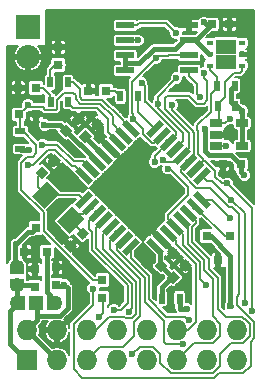
<source format=gbr>
G04 #@! TF.FileFunction,Copper,L1,Top,Signal*
%FSLAX46Y46*%
G04 Gerber Fmt 4.6, Leading zero omitted, Abs format (unit mm)*
G04 Created by KiCad (PCBNEW no-vcs-found-undefined) date Sun Nov 27 17:51:16 2016*
%MOMM*%
%LPD*%
G01*
G04 APERTURE LIST*
%ADD10C,0.100000*%
%ADD11C,0.600000*%
%ADD12R,0.800100X0.800100*%
%ADD13C,0.750000*%
%ADD14R,0.797560X0.797560*%
%ADD15R,0.900000X0.500000*%
%ADD16O,2.032000X2.032000*%
%ADD17R,2.032000X2.032000*%
%ADD18R,0.500000X0.900000*%
%ADD19R,1.550000X0.600000*%
%ADD20C,0.550000*%
%ADD21R,1.060000X0.650000*%
%ADD22R,0.800000X0.750000*%
%ADD23C,1.500000*%
%ADD24R,0.750000X0.800000*%
%ADD25R,0.630000X0.450000*%
%ADD26R,0.850000X1.300000*%
%ADD27O,1.727200X1.727200*%
%ADD28R,1.727200X1.727200*%
%ADD29C,1.270000*%
%ADD30R,0.600000X1.270000*%
%ADD31R,1.200000X1.270000*%
%ADD32R,1.270000X0.600000*%
%ADD33O,1.270000X1.270000*%
%ADD34C,0.381000*%
%ADD35C,0.203200*%
%ADD36C,0.177800*%
G04 APERTURE END LIST*
D10*
D11*
X94030800Y-101666040D03*
X93578680Y-103124000D03*
X107533440Y-104566720D03*
X105928160Y-100538280D03*
D12*
X108136400Y-101513640D03*
X106236400Y-101513640D03*
X107186400Y-103512620D03*
D11*
X97703640Y-85872320D03*
X108862400Y-82715100D03*
X106857800Y-82692240D03*
X107378500Y-84289900D03*
X101942900Y-105257600D03*
X98729800Y-106083100D03*
X91541600Y-99733100D03*
X95305880Y-102930960D03*
X94767400Y-94056200D03*
X93891100Y-95885000D03*
X101130100Y-84048600D03*
D13*
X94643470Y-102333530D03*
D10*
G36*
X94625792Y-102881538D02*
X94095462Y-102351208D01*
X94661148Y-101785522D01*
X95191478Y-102315852D01*
X94625792Y-102881538D01*
X94625792Y-102881538D01*
G37*
D13*
X95704130Y-101272870D03*
D10*
G36*
X95686452Y-101820878D02*
X95156122Y-101290548D01*
X95721808Y-100724862D01*
X96252138Y-101255192D01*
X95686452Y-101820878D01*
X95686452Y-101820878D01*
G37*
D11*
X94386400Y-98602800D03*
X109118400Y-89598500D03*
X109067600Y-84366100D03*
X99034600Y-90779600D03*
X104673400Y-90589100D03*
X104508300Y-88976200D03*
X102069900Y-88455500D03*
X93764100Y-91351100D03*
X96418400Y-91325700D03*
X92214700Y-89877900D03*
X91694000Y-103263700D03*
X91732100Y-101828600D03*
X97243900Y-104241600D03*
X103162100Y-107149900D03*
X104470200Y-105562400D03*
X98850200Y-88277700D03*
X96850200Y-88277700D03*
X104862400Y-82715100D03*
X102862400Y-82715100D03*
X100862400Y-82715100D03*
X98862400Y-82715100D03*
X96862400Y-82715100D03*
X94862400Y-82715100D03*
D14*
X91732100Y-88938100D03*
X90233500Y-88938100D03*
D15*
X90424000Y-94120400D03*
X90424000Y-92620400D03*
D16*
X91084400Y-86334600D03*
D17*
X91084400Y-83794600D03*
D18*
X94475300Y-90093800D03*
X92975300Y-90093800D03*
D19*
X104711500Y-87464900D03*
X104711500Y-86194900D03*
X104711500Y-84924900D03*
X104711500Y-83654900D03*
X99311500Y-83654900D03*
X99311500Y-84924900D03*
X99311500Y-86194900D03*
X99311500Y-87464900D03*
D18*
X94450600Y-88468200D03*
X92950600Y-88468200D03*
D20*
X95817121Y-98415973D03*
D10*
G36*
X95445890Y-99176113D02*
X95056981Y-98787204D01*
X96188352Y-97655833D01*
X96577261Y-98044742D01*
X95445890Y-99176113D01*
X95445890Y-99176113D01*
G37*
D20*
X96382807Y-98981658D03*
D10*
G36*
X96011576Y-99741798D02*
X95622667Y-99352889D01*
X96754038Y-98221518D01*
X97142947Y-98610427D01*
X96011576Y-99741798D01*
X96011576Y-99741798D01*
G37*
D20*
X96948492Y-99547344D03*
D10*
G36*
X96577261Y-100307484D02*
X96188352Y-99918575D01*
X97319723Y-98787204D01*
X97708632Y-99176113D01*
X96577261Y-100307484D01*
X96577261Y-100307484D01*
G37*
D20*
X97514177Y-100113029D03*
D10*
G36*
X97142946Y-100873169D02*
X96754037Y-100484260D01*
X97885408Y-99352889D01*
X98274317Y-99741798D01*
X97142946Y-100873169D01*
X97142946Y-100873169D01*
G37*
D20*
X98079863Y-100678715D03*
D10*
G36*
X97708632Y-101438855D02*
X97319723Y-101049946D01*
X98451094Y-99918575D01*
X98840003Y-100307484D01*
X97708632Y-101438855D01*
X97708632Y-101438855D01*
G37*
D20*
X98645548Y-101244400D03*
D10*
G36*
X98274317Y-102004540D02*
X97885408Y-101615631D01*
X99016779Y-100484260D01*
X99405688Y-100873169D01*
X98274317Y-102004540D01*
X98274317Y-102004540D01*
G37*
D20*
X99211234Y-101810085D03*
D10*
G36*
X98840003Y-102570225D02*
X98451094Y-102181316D01*
X99582465Y-101049945D01*
X99971374Y-101438854D01*
X98840003Y-102570225D01*
X98840003Y-102570225D01*
G37*
D20*
X99776919Y-102375771D03*
D10*
G36*
X99405688Y-103135911D02*
X99016779Y-102747002D01*
X100148150Y-101615631D01*
X100537059Y-102004540D01*
X99405688Y-103135911D01*
X99405688Y-103135911D01*
G37*
D20*
X101827529Y-102375771D03*
D10*
G36*
X102587669Y-102747002D02*
X102198760Y-103135911D01*
X101067389Y-102004540D01*
X101456298Y-101615631D01*
X102587669Y-102747002D01*
X102587669Y-102747002D01*
G37*
D20*
X102393214Y-101810085D03*
D10*
G36*
X103153354Y-102181316D02*
X102764445Y-102570225D01*
X101633074Y-101438854D01*
X102021983Y-101049945D01*
X103153354Y-102181316D01*
X103153354Y-102181316D01*
G37*
D20*
X102958900Y-101244400D03*
D10*
G36*
X103719040Y-101615631D02*
X103330131Y-102004540D01*
X102198760Y-100873169D01*
X102587669Y-100484260D01*
X103719040Y-101615631D01*
X103719040Y-101615631D01*
G37*
D20*
X103524585Y-100678715D03*
D10*
G36*
X104284725Y-101049946D02*
X103895816Y-101438855D01*
X102764445Y-100307484D01*
X103153354Y-99918575D01*
X104284725Y-101049946D01*
X104284725Y-101049946D01*
G37*
D20*
X104090271Y-100113029D03*
D10*
G36*
X104850411Y-100484260D02*
X104461502Y-100873169D01*
X103330131Y-99741798D01*
X103719040Y-99352889D01*
X104850411Y-100484260D01*
X104850411Y-100484260D01*
G37*
D20*
X104655956Y-99547344D03*
D10*
G36*
X105416096Y-99918575D02*
X105027187Y-100307484D01*
X103895816Y-99176113D01*
X104284725Y-98787204D01*
X105416096Y-99918575D01*
X105416096Y-99918575D01*
G37*
D20*
X105221641Y-98981658D03*
D10*
G36*
X105981781Y-99352889D02*
X105592872Y-99741798D01*
X104461501Y-98610427D01*
X104850410Y-98221518D01*
X105981781Y-99352889D01*
X105981781Y-99352889D01*
G37*
D20*
X105787327Y-98415973D03*
D10*
G36*
X106547467Y-98787204D02*
X106158558Y-99176113D01*
X105027187Y-98044742D01*
X105416096Y-97655833D01*
X106547467Y-98787204D01*
X106547467Y-98787204D01*
G37*
D20*
X105787327Y-96365363D03*
D10*
G36*
X105416096Y-97125503D02*
X105027187Y-96736594D01*
X106158558Y-95605223D01*
X106547467Y-95994132D01*
X105416096Y-97125503D01*
X105416096Y-97125503D01*
G37*
D20*
X105221641Y-95799678D03*
D10*
G36*
X104850410Y-96559818D02*
X104461501Y-96170909D01*
X105592872Y-95039538D01*
X105981781Y-95428447D01*
X104850410Y-96559818D01*
X104850410Y-96559818D01*
G37*
D20*
X104655956Y-95233992D03*
D10*
G36*
X104284725Y-95994132D02*
X103895816Y-95605223D01*
X105027187Y-94473852D01*
X105416096Y-94862761D01*
X104284725Y-95994132D01*
X104284725Y-95994132D01*
G37*
D20*
X104090271Y-94668307D03*
D10*
G36*
X103719040Y-95428447D02*
X103330131Y-95039538D01*
X104461502Y-93908167D01*
X104850411Y-94297076D01*
X103719040Y-95428447D01*
X103719040Y-95428447D01*
G37*
D20*
X103524585Y-94102621D03*
D10*
G36*
X103153354Y-94862761D02*
X102764445Y-94473852D01*
X103895816Y-93342481D01*
X104284725Y-93731390D01*
X103153354Y-94862761D01*
X103153354Y-94862761D01*
G37*
D20*
X102958900Y-93536936D03*
D10*
G36*
X102587669Y-94297076D02*
X102198760Y-93908167D01*
X103330131Y-92776796D01*
X103719040Y-93165705D01*
X102587669Y-94297076D01*
X102587669Y-94297076D01*
G37*
D20*
X102393214Y-92971251D03*
D10*
G36*
X102021983Y-93731391D02*
X101633074Y-93342482D01*
X102764445Y-92211111D01*
X103153354Y-92600020D01*
X102021983Y-93731391D01*
X102021983Y-93731391D01*
G37*
D20*
X101827529Y-92405565D03*
D10*
G36*
X101456298Y-93165705D02*
X101067389Y-92776796D01*
X102198760Y-91645425D01*
X102587669Y-92034334D01*
X101456298Y-93165705D01*
X101456298Y-93165705D01*
G37*
D20*
X99776919Y-92405565D03*
D10*
G36*
X100537059Y-92776796D02*
X100148150Y-93165705D01*
X99016779Y-92034334D01*
X99405688Y-91645425D01*
X100537059Y-92776796D01*
X100537059Y-92776796D01*
G37*
D20*
X99211234Y-92971251D03*
D10*
G36*
X99971374Y-93342482D02*
X99582465Y-93731391D01*
X98451094Y-92600020D01*
X98840003Y-92211111D01*
X99971374Y-93342482D01*
X99971374Y-93342482D01*
G37*
D20*
X98645548Y-93536936D03*
D10*
G36*
X99405688Y-93908167D02*
X99016779Y-94297076D01*
X97885408Y-93165705D01*
X98274317Y-92776796D01*
X99405688Y-93908167D01*
X99405688Y-93908167D01*
G37*
D20*
X98079863Y-94102621D03*
D10*
G36*
X98840003Y-94473852D02*
X98451094Y-94862761D01*
X97319723Y-93731390D01*
X97708632Y-93342481D01*
X98840003Y-94473852D01*
X98840003Y-94473852D01*
G37*
D20*
X97514177Y-94668307D03*
D10*
G36*
X98274317Y-95039538D02*
X97885408Y-95428447D01*
X96754037Y-94297076D01*
X97142946Y-93908167D01*
X98274317Y-95039538D01*
X98274317Y-95039538D01*
G37*
D20*
X96948492Y-95233992D03*
D10*
G36*
X97708632Y-95605223D02*
X97319723Y-95994132D01*
X96188352Y-94862761D01*
X96577261Y-94473852D01*
X97708632Y-95605223D01*
X97708632Y-95605223D01*
G37*
D20*
X96382807Y-95799678D03*
D10*
G36*
X97142947Y-96170909D02*
X96754038Y-96559818D01*
X95622667Y-95428447D01*
X96011576Y-95039538D01*
X97142947Y-96170909D01*
X97142947Y-96170909D01*
G37*
D20*
X95817121Y-96365363D03*
D10*
G36*
X96577261Y-96736594D02*
X96188352Y-97125503D01*
X95056981Y-95994132D01*
X95445890Y-95605223D01*
X96577261Y-96736594D01*
X96577261Y-96736594D01*
G37*
D18*
X98894900Y-89649300D03*
X100394900Y-89649300D03*
D14*
X97688400Y-89192100D03*
X96189800Y-89192100D03*
D18*
X108623800Y-90474800D03*
X107123800Y-90474800D03*
D21*
X107002400Y-91937800D03*
X107002400Y-92887800D03*
X107002400Y-93837800D03*
X109202400Y-93837800D03*
X109202400Y-91937800D03*
D22*
X108128500Y-83553300D03*
X106628500Y-83553300D03*
X109068300Y-95402400D03*
X107568300Y-95402400D03*
D11*
X92862400Y-82715100D03*
X101517200Y-98418400D03*
X100517200Y-98418400D03*
X99517200Y-98418400D03*
X101517200Y-97418400D03*
X99517200Y-97418400D03*
X101517200Y-96418400D03*
X100517200Y-96418400D03*
X99517200Y-96418400D03*
D23*
X92563740Y-97999340D03*
D10*
G36*
X91397014Y-98105406D02*
X92669806Y-96832614D01*
X93730466Y-97893274D01*
X92457674Y-99166066D01*
X91397014Y-98105406D01*
X91397014Y-98105406D01*
G37*
D23*
X94685060Y-100120660D03*
D10*
G36*
X93518334Y-100226726D02*
X94791126Y-98953934D01*
X95851786Y-100014594D01*
X94578994Y-101287386D01*
X93518334Y-100226726D01*
X93518334Y-100226726D01*
G37*
D13*
X96974130Y-92001870D03*
D10*
G36*
X96991808Y-91453862D02*
X97522138Y-91984192D01*
X96956452Y-92549878D01*
X96426122Y-92019548D01*
X96991808Y-91453862D01*
X96991808Y-91453862D01*
G37*
D13*
X95913470Y-93062530D03*
D10*
G36*
X95931148Y-92514522D02*
X96461478Y-93044852D01*
X95895792Y-93610538D01*
X95365462Y-93080208D01*
X95931148Y-92514522D01*
X95931148Y-92514522D01*
G37*
D13*
X103400330Y-102936570D03*
D10*
G36*
X103418008Y-102388562D02*
X103948338Y-102918892D01*
X103382652Y-103484578D01*
X102852322Y-102954248D01*
X103418008Y-102388562D01*
X103418008Y-102388562D01*
G37*
D13*
X102339670Y-103997230D03*
D10*
G36*
X102357348Y-103449222D02*
X102887678Y-103979552D01*
X102321992Y-104545238D01*
X101791662Y-104014908D01*
X102357348Y-103449222D01*
X102357348Y-103449222D01*
G37*
D24*
X97358200Y-105218800D03*
X97358200Y-106718800D03*
D12*
X90769400Y-102803960D03*
X92669400Y-102803960D03*
X91719400Y-100804980D03*
D25*
X109163000Y-87043300D03*
X109163000Y-86093300D03*
X109163000Y-85143300D03*
X106483000Y-85143300D03*
X106483000Y-86093300D03*
X106483000Y-87043300D03*
D26*
X107398000Y-85443300D03*
X107398000Y-86743300D03*
X108248000Y-85443300D03*
X108248000Y-86743300D03*
D27*
X108762800Y-109448600D03*
X108762800Y-111988600D03*
X106222800Y-109448600D03*
X106222800Y-111988600D03*
X103682800Y-109448600D03*
X103682800Y-111988600D03*
X101142800Y-109448600D03*
X101142800Y-111988600D03*
D28*
X90982800Y-111988600D03*
D27*
X90982800Y-109448600D03*
X93522800Y-111988600D03*
X93522800Y-109448600D03*
X96062800Y-111988600D03*
X96062800Y-109448600D03*
X98602800Y-111988600D03*
X98602800Y-109448600D03*
D13*
X103365300Y-105003600D03*
D10*
G36*
X103347622Y-105551608D02*
X102817292Y-105021278D01*
X103382978Y-104455592D01*
X103913308Y-104985922D01*
X103347622Y-105551608D01*
X103347622Y-105551608D01*
G37*
D13*
X104425960Y-103942940D03*
D10*
G36*
X104408282Y-104490948D02*
X103877952Y-103960618D01*
X104443638Y-103394932D01*
X104973968Y-103925262D01*
X104408282Y-104490948D01*
X104408282Y-104490948D01*
G37*
D29*
X90151000Y-107162600D03*
X93351000Y-107162600D03*
D30*
X92951000Y-107162600D03*
D31*
X91751000Y-107162600D03*
D30*
X90551000Y-107162600D03*
D13*
X93291130Y-95075270D03*
D10*
G36*
X93308808Y-94527262D02*
X93839138Y-95057592D01*
X93273452Y-95623278D01*
X92743122Y-95092948D01*
X93308808Y-94527262D01*
X93308808Y-94527262D01*
G37*
D13*
X92230470Y-96135930D03*
D10*
G36*
X92248148Y-95587922D02*
X92778478Y-96118252D01*
X92212792Y-96683938D01*
X91682462Y-96153608D01*
X92248148Y-95587922D01*
X92248148Y-95587922D01*
G37*
D32*
X90119200Y-104457500D03*
X90119200Y-105346500D03*
D33*
X90119200Y-104140000D03*
X90119200Y-105664000D03*
D24*
X91643200Y-105779000D03*
X91643200Y-104279000D03*
D14*
X93637100Y-86995000D03*
X93637100Y-85496400D03*
D13*
X94287870Y-92579930D03*
D10*
G36*
X94270192Y-93127938D02*
X93739862Y-92597608D01*
X94305548Y-92031922D01*
X94835878Y-92562252D01*
X94270192Y-93127938D01*
X94270192Y-93127938D01*
G37*
D13*
X95348530Y-91519270D03*
D10*
G36*
X95330852Y-92067278D02*
X94800522Y-91536948D01*
X95366208Y-90971262D01*
X95896538Y-91501592D01*
X95330852Y-92067278D01*
X95330852Y-92067278D01*
G37*
D22*
X90284300Y-91186000D03*
X91784300Y-91186000D03*
D18*
X108585000Y-88760300D03*
X107085000Y-88760300D03*
D24*
X93446600Y-104126600D03*
X93446600Y-105626600D03*
D18*
X103899400Y-106781600D03*
X102399400Y-106781600D03*
D11*
X107797600Y-92798900D03*
X107484890Y-96164400D03*
X109392720Y-96337120D03*
X109202400Y-90888300D03*
X91179407Y-94175186D03*
X105964302Y-83388200D03*
X106018638Y-92413147D03*
X104499399Y-107628934D03*
X108190870Y-107382343D03*
X92465752Y-92084752D03*
X94132400Y-105602800D03*
X103595789Y-84289895D03*
X103637220Y-88104162D03*
X102061990Y-90339137D03*
X101900000Y-86393310D03*
X99961700Y-91541600D03*
X100393500Y-84912200D03*
X101783056Y-95204482D03*
X100685600Y-88519000D03*
X102531610Y-95023877D03*
X105959861Y-87669979D03*
X102908100Y-95783400D03*
X106132400Y-105602800D03*
X99597812Y-107884794D03*
X98348800Y-107746800D03*
X91059000Y-90398600D03*
X91084400Y-95478600D03*
X92290900Y-93751400D03*
X108165900Y-91554300D03*
X108297669Y-98417046D03*
X109431032Y-107174342D03*
X107874658Y-93841804D03*
X107942060Y-97015850D03*
X110052580Y-107795890D03*
X108163360Y-99943920D03*
X105664000Y-89712800D03*
X97104200Y-108356400D03*
X99898200Y-111506000D03*
X103256080Y-90373200D03*
X96578710Y-105927598D03*
X104687579Y-108594935D03*
X104198087Y-110659525D03*
D34*
X109890560Y-85618682D02*
X109890560Y-84566760D01*
X104399080Y-83342480D02*
X103520240Y-83342480D01*
X104711500Y-83654900D02*
X104399080Y-83342480D01*
X93522800Y-109448600D02*
X94780100Y-108191300D01*
X108192000Y-83616800D02*
X108128500Y-83553300D01*
X93637100Y-85496400D02*
X93637100Y-84934300D01*
X107562300Y-96164400D02*
X107484890Y-96164400D01*
X107568300Y-95402400D02*
X107568300Y-96158400D01*
X107568300Y-96158400D02*
X107562300Y-96164400D01*
X107002400Y-92887800D02*
X107708700Y-92887800D01*
X107708700Y-92887800D02*
X107797600Y-92798900D01*
X90769400Y-102803960D02*
X90769400Y-102753200D01*
X93291130Y-95075270D02*
X93291130Y-95170730D01*
X94643470Y-102333530D02*
X94688130Y-102333530D01*
X91643200Y-104279000D02*
X91643200Y-103759000D01*
X93268800Y-104279000D02*
X93294200Y-104253600D01*
X96974130Y-92001870D02*
X96974130Y-92979444D01*
X96974130Y-92979444D02*
X97760039Y-93765353D01*
X96491530Y-91519270D02*
X96974130Y-92001870D01*
X103298730Y-102847670D02*
X103298730Y-102698157D01*
X103298730Y-102698157D02*
X102073390Y-101472817D01*
X103298730Y-102847670D02*
X103298730Y-102853810D01*
X103298730Y-102853810D02*
X104337060Y-103892140D01*
X109392720Y-96337120D02*
X109092721Y-96037121D01*
X109092721Y-96037121D02*
X109092721Y-95671361D01*
X109092721Y-95671361D02*
X109068300Y-95646940D01*
X106136400Y-101513640D02*
X106550462Y-101513640D01*
X106550462Y-101513640D02*
X108211901Y-103175079D01*
X108211901Y-103175079D02*
X108211901Y-106937048D01*
X108211901Y-106937048D02*
X108190870Y-106958079D01*
X108190870Y-106958079D02*
X108190870Y-107382343D01*
X101698324Y-85605900D02*
X103555500Y-85605900D01*
X100499724Y-86804500D02*
X101698324Y-85605900D01*
X104236500Y-84924900D02*
X104711500Y-84924900D01*
X103555500Y-85605900D02*
X104236500Y-84924900D01*
X99311500Y-86804500D02*
X100499724Y-86804500D01*
X108623800Y-90474800D02*
X108788900Y-90474800D01*
X108788900Y-90474800D02*
X109202400Y-90888300D01*
X108585000Y-88760300D02*
X108292900Y-89052400D01*
X108292900Y-89052400D02*
X108292900Y-90143900D01*
X108292900Y-90143900D02*
X108623800Y-90474800D01*
X90755143Y-94175186D02*
X91179407Y-94175186D01*
X90424000Y-94120400D02*
X90478786Y-94175186D01*
X90478786Y-94175186D02*
X90755143Y-94175186D01*
X106628500Y-83553300D02*
X106129402Y-83553300D01*
X106129402Y-83553300D02*
X105964302Y-83388200D01*
X106381200Y-94646400D02*
X106018638Y-94283838D01*
X108287300Y-94646400D02*
X106381200Y-94646400D01*
X106018638Y-92837411D02*
X106018638Y-92413147D01*
X109068300Y-95402400D02*
X109043300Y-95402400D01*
X109043300Y-95402400D02*
X108287300Y-94646400D01*
X106018638Y-94283838D02*
X106018638Y-92837411D01*
X109068300Y-95402400D02*
X109068300Y-95646940D01*
X94132400Y-105602800D02*
X94432399Y-105902799D01*
X94432399Y-105902799D02*
X94432399Y-107566087D01*
X94432399Y-107566087D02*
X93781787Y-108216699D01*
X93781787Y-108216699D02*
X91884501Y-108216699D01*
X91884501Y-108216699D02*
X91821000Y-108280200D01*
X103915734Y-107628934D02*
X104075135Y-107628934D01*
X103899400Y-107612600D02*
X103915734Y-107628934D01*
X104075135Y-107628934D02*
X104499399Y-107628934D01*
X103899400Y-106781600D02*
X103899400Y-107612600D01*
X109202400Y-91937800D02*
X109202400Y-90888300D01*
X109202400Y-93837800D02*
X109202400Y-91937800D01*
X99311500Y-87464900D02*
X99311500Y-86804500D01*
X99311500Y-86804500D02*
X99311500Y-86194900D01*
X104711500Y-84924900D02*
X105256900Y-84924900D01*
X105256900Y-84924900D02*
X106628500Y-83553300D01*
X106483000Y-86093300D02*
X106354900Y-86093300D01*
X106354900Y-86093300D02*
X105186500Y-84924900D01*
X105186500Y-84924900D02*
X104711500Y-84924900D01*
X92465752Y-92084752D02*
X93792692Y-92084752D01*
X93792692Y-92084752D02*
X94287870Y-92579930D01*
X108292890Y-107365800D02*
X108207413Y-107365800D01*
X108207413Y-107365800D02*
X108190870Y-107382343D01*
X91821000Y-108610400D02*
X91821000Y-108280200D01*
X91821000Y-108280200D02*
X91821000Y-107162600D01*
X90982800Y-109448600D02*
X91821000Y-108610400D01*
X94287870Y-92579930D02*
X94311874Y-92579930D01*
X94311874Y-92579930D02*
X96628668Y-94896724D01*
X90982800Y-109448600D02*
X93522800Y-111988600D01*
X93294200Y-105753600D02*
X93981600Y-105753600D01*
X93981600Y-105753600D02*
X94132400Y-105602800D01*
X90982800Y-111988600D02*
X89586001Y-110591801D01*
X89586001Y-110591801D02*
X89586001Y-107797599D01*
X89586001Y-107797599D02*
X90221000Y-107162600D01*
X90119200Y-105664000D02*
X90119200Y-107060800D01*
X90119200Y-107060800D02*
X90221000Y-107162600D01*
X90119200Y-105664000D02*
X91629800Y-105664000D01*
X91629800Y-105664000D02*
X91744800Y-105779000D01*
D35*
X104160980Y-92730958D02*
X104160980Y-93466226D01*
X102061990Y-90631968D02*
X104160980Y-92730958D01*
X104160980Y-93466226D02*
X103524585Y-94102621D01*
X102061990Y-90339137D02*
X102061990Y-90631968D01*
X100475401Y-83469199D02*
X102775093Y-83469199D01*
X103295790Y-83989896D02*
X103595789Y-84289895D01*
X99311500Y-83654900D02*
X100289700Y-83654900D01*
X100289700Y-83654900D02*
X100475401Y-83469199D01*
X102775093Y-83469199D02*
X103295790Y-83989896D01*
X102061990Y-90339137D02*
X102061990Y-89679392D01*
X102061990Y-89679392D02*
X103637220Y-88104162D01*
X101900000Y-86393310D02*
X99890899Y-88402411D01*
X99890899Y-88402411D02*
X99890899Y-91046535D01*
X99890899Y-91046535D02*
X99961700Y-91117336D01*
X99961700Y-91117336D02*
X99961700Y-91541600D01*
X101900000Y-86217926D02*
X101900000Y-86393310D01*
X101888674Y-86206600D02*
X101900000Y-86217926D01*
X101828600Y-86206600D02*
X101888674Y-86206600D01*
X102903000Y-86207600D02*
X102915700Y-86194900D01*
X102915700Y-86194900D02*
X104711500Y-86194900D01*
X99961700Y-91541600D02*
X100813379Y-92393279D01*
X100813379Y-92393279D02*
X100813379Y-92882013D01*
X100813379Y-92882013D02*
X101539012Y-93607646D01*
X101539012Y-93607646D02*
X101756819Y-93607646D01*
X101756819Y-93607646D02*
X102393214Y-92971251D01*
X101828600Y-86206600D02*
X101829600Y-86207600D01*
X101829600Y-86207600D02*
X102903000Y-86207600D01*
X99969236Y-84912200D02*
X100393500Y-84912200D01*
X99354449Y-84912200D02*
X99969236Y-84912200D01*
X99329049Y-84937600D02*
X99354449Y-84912200D01*
X100985599Y-90111301D02*
X101023863Y-90111301D01*
X101023863Y-90111301D02*
X103595295Y-92682733D01*
X103595295Y-92682733D02*
X103595295Y-92900541D01*
X103595295Y-92900541D02*
X102958900Y-93536936D01*
X100685600Y-88519000D02*
X100985599Y-88818999D01*
X100985599Y-88818999D02*
X100985599Y-90111301D01*
X101783056Y-94712780D02*
X101783056Y-94780218D01*
X102958900Y-93536936D02*
X101783056Y-94712780D01*
X101783056Y-94780218D02*
X101783056Y-95204482D01*
X105385378Y-90266802D02*
X105929922Y-90266802D01*
X106218002Y-88352384D02*
X105959861Y-88094243D01*
X102641400Y-89776300D02*
X102832678Y-89585022D01*
X104703598Y-89585022D02*
X105385378Y-90266802D01*
X105929922Y-90266802D02*
X106218002Y-89978722D01*
X104694431Y-92761500D02*
X102641400Y-90708469D01*
X102832678Y-89585022D02*
X104703598Y-89585022D01*
X104726666Y-94031912D02*
X104726666Y-92839466D01*
X104694431Y-92807231D02*
X104694431Y-92761500D01*
X106218002Y-89978722D02*
X106218002Y-88352384D01*
X102641400Y-90708469D02*
X102641400Y-89776300D01*
X105959861Y-88094243D02*
X105959861Y-87669979D01*
X104726666Y-92839466D02*
X104694431Y-92807231D01*
X104090271Y-94668307D02*
X104726666Y-94031912D01*
X102737132Y-95229399D02*
X102531610Y-95023877D01*
X103529179Y-95229399D02*
X102737132Y-95229399D01*
X104090271Y-94668307D02*
X103529179Y-95229399D01*
X105633811Y-105104211D02*
X106132400Y-105602800D01*
X104160980Y-102214220D02*
X105633811Y-103687051D01*
X105633811Y-103687051D02*
X105633811Y-105104211D01*
X104160980Y-101315110D02*
X104160980Y-102214220D01*
X103524585Y-100678715D02*
X104160980Y-101315110D01*
X102908100Y-95783400D02*
X103098600Y-95783400D01*
X102933500Y-100070186D02*
X103841156Y-100977842D01*
X103098600Y-95783400D02*
X104635300Y-97320100D01*
X104635300Y-97320100D02*
X104635300Y-98031300D01*
X104635300Y-98031300D02*
X102933500Y-99733100D01*
X102933500Y-99733100D02*
X102933500Y-100070186D01*
X103595295Y-101880795D02*
X103595295Y-102151443D01*
X102958900Y-101244400D02*
X103595295Y-101880795D01*
X105278202Y-108800122D02*
X104629724Y-109448600D01*
X103595295Y-102151443D02*
X105278202Y-103834350D01*
X105278202Y-103834350D02*
X105278202Y-108800122D01*
X104629724Y-109448600D02*
X103682800Y-109448600D01*
X105105199Y-110566201D02*
X104546399Y-111125001D01*
X106759249Y-110566201D02*
X105105199Y-110566201D01*
X107340401Y-108912151D02*
X107340401Y-109985049D01*
X104546399Y-111125001D02*
X103682800Y-111988600D01*
X106718100Y-105092500D02*
X106718100Y-108289850D01*
X105989422Y-104363822D02*
X106718100Y-105092500D01*
X105989422Y-103539752D02*
X105989422Y-104363822D01*
X104587031Y-102137361D02*
X105989422Y-103539752D01*
X107340401Y-109985049D02*
X106759249Y-110566201D01*
X106718100Y-108289850D02*
X107340401Y-108912151D01*
X104587031Y-100609789D02*
X104587031Y-102137361D01*
X104090271Y-100113029D02*
X104587031Y-100609789D01*
X99868013Y-105507750D02*
X96861758Y-102501495D01*
X99868013Y-107614593D02*
X99868013Y-105507750D01*
X96861758Y-102501495D02*
X96861758Y-100765448D01*
X99597812Y-107884794D02*
X99868013Y-107614593D01*
X96861758Y-100765448D02*
X97514177Y-100113029D01*
X96266000Y-100229836D02*
X96948492Y-99547344D01*
X96506148Y-101128948D02*
X96266000Y-100888800D01*
X96506148Y-102648793D02*
X96506148Y-101128948D01*
X99512402Y-107161314D02*
X99512402Y-105655048D01*
X99512402Y-105655048D02*
X96506148Y-102648793D01*
X98926916Y-107746800D02*
X99512402Y-107161314D01*
X96266000Y-100888800D02*
X96266000Y-100229836D01*
X98348800Y-107746800D02*
X98926916Y-107746800D01*
X99085401Y-110870999D02*
X97180401Y-110870999D01*
X100021953Y-109934447D02*
X99085401Y-110870999D01*
X100579235Y-105156326D02*
X100579235Y-108226204D01*
X100563967Y-105156325D02*
X100579235Y-105156326D01*
X97180401Y-110870999D02*
X96062800Y-111988600D01*
X98009153Y-101880795D02*
X98009153Y-102601511D01*
X98009153Y-102601511D02*
X100563967Y-105156325D01*
X100021953Y-108783486D02*
X100021953Y-109934447D01*
X100579235Y-108226204D02*
X100021953Y-108783486D01*
X98645548Y-101244400D02*
X98009153Y-101880795D01*
X96844624Y-109448600D02*
X96062800Y-109448600D01*
X99331890Y-108438796D02*
X99220865Y-108327771D01*
X99863734Y-108438796D02*
X99331890Y-108438796D01*
X97965453Y-108327771D02*
X96844624Y-109448600D01*
X100223624Y-108078906D02*
X99863734Y-108438796D01*
X97443468Y-102580296D02*
X100223624Y-105360452D01*
X97443468Y-101315110D02*
X97443468Y-102580296D01*
X98079863Y-100678715D02*
X97443468Y-101315110D01*
X100223624Y-105360452D02*
X100223624Y-108078906D01*
X99220865Y-108327771D02*
X97965453Y-108327771D01*
X95497297Y-98078705D02*
X95497297Y-98096149D01*
X95497297Y-98096149D02*
X95817121Y-98415973D01*
X92230470Y-96135930D02*
X91876917Y-96489483D01*
X91876917Y-96489483D02*
X91876917Y-97312517D01*
X91876917Y-97312517D02*
X91962700Y-97398300D01*
X91962700Y-97398300D02*
X92563740Y-97999340D01*
X92563740Y-97999340D02*
X95417932Y-97999340D01*
X95417932Y-97999340D02*
X95497297Y-98078705D01*
X96382807Y-98981658D02*
X95746412Y-99618053D01*
X95746412Y-99618053D02*
X95187667Y-99618053D01*
X95187667Y-99618053D02*
X94685060Y-100120660D01*
X95500930Y-101349070D02*
X95500930Y-100936530D01*
X95500930Y-100936530D02*
X94685060Y-100120660D01*
X90474800Y-97542418D02*
X92398851Y-99466469D01*
X96881600Y-105230800D02*
X97459800Y-105230800D01*
X92398851Y-101049743D02*
X96579908Y-105230800D01*
X91762112Y-94450610D02*
X91456063Y-94756659D01*
X92398851Y-99466469D02*
X92398851Y-101049743D01*
X96579908Y-105230800D02*
X96881600Y-105230800D01*
X90474800Y-95262700D02*
X90474800Y-97542418D01*
X90980841Y-94756659D02*
X90474800Y-95262700D01*
X90424000Y-92620400D02*
X90624000Y-92620400D01*
X91762112Y-94042536D02*
X91762112Y-94450610D01*
X91736898Y-93733298D02*
X91736898Y-94017322D01*
X90624000Y-92620400D02*
X91736898Y-93733298D01*
X91736898Y-94017322D02*
X91762112Y-94042536D01*
X91456063Y-94756659D02*
X90980841Y-94756659D01*
X90963701Y-90531599D02*
X92407821Y-90531599D01*
X95110300Y-89916000D02*
X95491290Y-90296990D01*
X92407821Y-90531599D02*
X92463701Y-90587479D01*
X92463701Y-90587479D02*
X92463701Y-90739403D01*
X92463701Y-90739403D02*
X92541998Y-90817700D01*
X92541998Y-90817700D02*
X93408602Y-90817700D01*
X93408602Y-90817700D02*
X93497400Y-90728902D01*
X93497400Y-90728902D02*
X93497400Y-89978698D01*
X93497400Y-89978698D02*
X94131598Y-89344500D01*
X95491290Y-90296990D02*
X97194898Y-90296990D01*
X94131598Y-89344500D02*
X94883202Y-89344500D01*
X95110300Y-89571598D02*
X95110300Y-89916000D01*
X97194898Y-90296990D02*
X98255015Y-91357107D01*
X94883202Y-89344500D02*
X95110300Y-89571598D01*
X98255015Y-91357107D02*
X98255015Y-91997588D01*
X98255015Y-91997588D02*
X98891410Y-92633983D01*
X90963701Y-90531599D02*
X90963701Y-90493899D01*
X90963701Y-90493899D02*
X91059000Y-90398600D01*
X90284300Y-91186000D02*
X90309300Y-91186000D01*
X90309300Y-91186000D02*
X90963701Y-90531599D01*
X90424000Y-92620400D02*
X90424000Y-91325700D01*
X90424000Y-91325700D02*
X90284300Y-91186000D01*
X94759791Y-95580200D02*
X93337402Y-94157811D01*
X94759791Y-95580200D02*
X95031958Y-95580200D01*
X95031958Y-95580200D02*
X95817121Y-96365363D01*
X91472524Y-95478600D02*
X91084400Y-95478600D01*
X92793313Y-94157811D02*
X91472524Y-95478600D01*
X93337402Y-94157811D02*
X92793313Y-94157811D01*
X92290900Y-93751400D02*
X93522800Y-93751400D01*
X93522800Y-93751400D02*
X94934683Y-95163283D01*
X94934683Y-95163283D02*
X95746412Y-95163283D01*
X95746412Y-95163283D02*
X96382807Y-95799678D01*
X108297669Y-98417046D02*
X109423191Y-99542568D01*
X109423191Y-106742237D02*
X109431032Y-106750078D01*
X109431032Y-106750078D02*
X109431032Y-107174342D01*
X109423191Y-99542568D02*
X109423191Y-106742237D01*
X107002400Y-91937800D02*
X107238100Y-91702100D01*
X108495077Y-87647301D02*
X108987199Y-87647301D01*
X107238100Y-91702100D02*
X107238100Y-90224000D01*
X107238100Y-90224000D02*
X107742101Y-89719999D01*
X107742101Y-89719999D02*
X107742101Y-88400277D01*
X107742101Y-88400277D02*
X108495077Y-87647301D01*
X108987199Y-87647301D02*
X109163000Y-87471500D01*
X109163000Y-87471500D02*
X109163000Y-87043300D01*
X107002400Y-91937800D02*
X107782400Y-91937800D01*
X107782400Y-91937800D02*
X108165900Y-91554300D01*
X106667300Y-96786677D02*
X108297669Y-98417046D01*
X106667300Y-96786677D02*
X106208641Y-96786677D01*
X106208641Y-96786677D02*
X105787327Y-96365363D01*
X107002400Y-91937800D02*
X107528400Y-91937800D01*
X105460032Y-92951300D02*
X105460032Y-92567015D01*
X110052580Y-107795890D02*
X110052580Y-99126370D01*
X110052580Y-99126370D02*
X108242059Y-97315849D01*
X108242059Y-97315849D02*
X107942060Y-97015850D01*
X107085000Y-88760300D02*
X107085000Y-88960300D01*
X105405652Y-92512635D02*
X105460032Y-92567015D01*
X107085000Y-88960300D02*
X106573613Y-89471687D01*
X106573613Y-89471687D02*
X106573613Y-90949487D01*
X106573613Y-90949487D02*
X105405652Y-92117448D01*
X105405652Y-92117448D02*
X105405652Y-92512635D01*
X105460032Y-94339157D02*
X105460032Y-92951300D01*
X105460032Y-92951300D02*
X105460032Y-92712055D01*
X106483000Y-87043300D02*
X106483000Y-87390100D01*
X106483000Y-87390100D02*
X107085000Y-87992100D01*
X107085000Y-87992100D02*
X107085000Y-88760300D01*
X105858036Y-95163283D02*
X105858036Y-94945474D01*
X105858036Y-94945474D02*
X105460031Y-94547469D01*
X105460031Y-94547469D02*
X105460032Y-94339157D01*
X107870654Y-93837800D02*
X107874658Y-93841804D01*
X107002400Y-93837800D02*
X107870654Y-93837800D01*
X106905488Y-96466088D02*
X107455250Y-97015850D01*
X107517796Y-97015850D02*
X107942060Y-97015850D01*
X107455250Y-97015850D02*
X107517796Y-97015850D01*
X106905488Y-95975482D02*
X106905488Y-96466088D01*
X105858036Y-95163283D02*
X106093289Y-95163283D01*
X106093289Y-95163283D02*
X106905488Y-95975482D01*
X105221641Y-95799678D02*
X105858036Y-95163283D01*
X92950600Y-87389400D02*
X93332300Y-87007700D01*
X93332300Y-87007700D02*
X93967300Y-87007700D01*
X92950600Y-88468200D02*
X92950600Y-87389400D01*
X97688400Y-89192100D02*
X98437700Y-89192100D01*
X98437700Y-89192100D02*
X98894900Y-89649300D01*
X105221641Y-98981658D02*
X107753623Y-101513640D01*
X107753623Y-101513640D02*
X108136400Y-101513640D01*
X107753623Y-101513640D02*
X108036400Y-101513640D01*
X105787327Y-98415973D02*
X106253280Y-98415973D01*
X108163360Y-99943920D02*
X106635413Y-98415973D01*
X106635413Y-98415973D02*
X106253280Y-98415973D01*
X105384934Y-88641534D02*
X105384934Y-89433734D01*
X105384934Y-89433734D02*
X105664000Y-89712800D01*
X104711500Y-87464900D02*
X104711500Y-87968100D01*
X104711500Y-87968100D02*
X105384934Y-88641534D01*
X95913470Y-93062530D02*
X95925844Y-93062530D01*
D34*
X95925844Y-93062530D02*
X97194353Y-94331039D01*
D35*
X98820700Y-91431902D02*
X99457095Y-92068297D01*
X97342196Y-89941380D02*
X98820700Y-91419884D01*
X95465911Y-89030311D02*
X95465911Y-89738211D01*
X98820700Y-91419884D02*
X98820700Y-91431902D01*
X94450600Y-88468200D02*
X94903800Y-88468200D01*
X95465911Y-89738211D02*
X95669080Y-89941380D01*
X94903800Y-88468200D02*
X95465911Y-89030311D01*
X95669080Y-89941380D02*
X97342196Y-89941380D01*
X100394900Y-89649300D02*
X100394900Y-90972936D01*
X100394900Y-90972936D02*
X101827529Y-92405565D01*
D34*
X91109800Y-101104700D02*
X91419680Y-101104700D01*
X91419680Y-101104700D02*
X91719400Y-100804980D01*
X90119200Y-104140000D02*
X90001049Y-104021849D01*
X90001049Y-102069900D02*
X90144600Y-102069900D01*
X90144600Y-102069900D02*
X91109800Y-101104700D01*
X90001049Y-104021849D02*
X90001049Y-102069900D01*
X92951000Y-107162600D02*
X92951000Y-106464658D01*
X92951000Y-106464658D02*
X92669400Y-106183058D01*
X92669400Y-106183058D02*
X92669400Y-103585010D01*
X92669400Y-103585010D02*
X92669400Y-102803960D01*
D35*
X97459800Y-108000800D02*
X97104200Y-108356400D01*
X97459800Y-106730800D02*
X97459800Y-108000800D01*
X109880401Y-109985049D02*
X109880401Y-108960909D01*
X102260401Y-111452151D02*
X102260401Y-112220251D01*
X99898200Y-111506000D02*
X100533201Y-110870999D01*
X100533201Y-110870999D02*
X101679249Y-110870999D01*
X109299249Y-110566201D02*
X109880401Y-109985049D01*
X105292351Y-100183739D02*
X104655956Y-99547344D01*
X101679249Y-110870999D02*
X102260401Y-111452151D01*
X103146351Y-113106201D02*
X106710411Y-113106201D01*
X109326701Y-108483409D02*
X109174291Y-108330999D01*
X102260401Y-112220251D02*
X103146351Y-113106201D01*
X104942640Y-101965760D02*
X104942640Y-100751258D01*
X106710411Y-113106201D02*
X107340401Y-112476211D01*
X107340401Y-111452151D02*
X108226351Y-110566201D01*
X107340401Y-112476211D02*
X107340401Y-111452151D01*
X108226351Y-110566201D02*
X109299249Y-110566201D01*
X106406949Y-104278441D02*
X106406949Y-103454371D01*
X109880401Y-108960909D02*
X109402901Y-108483409D01*
X106406949Y-103454371D02*
X105292351Y-102339773D01*
X105292351Y-100401547D02*
X105292351Y-100183739D01*
X109402901Y-108483409D02*
X109326701Y-108483409D01*
X109174291Y-108330999D02*
X107822999Y-108330999D01*
X107822999Y-108330999D02*
X107162600Y-107670600D01*
X104942640Y-100751258D02*
X105292351Y-100401547D01*
X107162600Y-107670600D02*
X107162600Y-105034092D01*
X107162600Y-105034092D02*
X106406949Y-104278441D01*
X105292351Y-102315471D02*
X104942640Y-101965760D01*
X105292351Y-102339773D02*
X105292351Y-102315471D01*
X103256080Y-90373200D02*
X103256080Y-90820241D01*
X103256080Y-90820241D02*
X105050042Y-92614203D01*
X105050042Y-92614203D02*
X105050042Y-92659933D01*
X105050042Y-92659933D02*
X105104422Y-92714313D01*
X105104421Y-92714313D02*
X105104422Y-92714313D01*
X105104422Y-92714313D02*
X105050041Y-92659933D01*
X96578710Y-107278640D02*
X96578710Y-106857800D01*
X94945199Y-108912151D02*
X96578710Y-107278640D01*
X94945199Y-112725199D02*
X94945199Y-108912151D01*
X106857709Y-113461811D02*
X95681808Y-113461808D01*
X107213319Y-113106201D02*
X106857709Y-113461811D01*
X109931200Y-110437158D02*
X109931200Y-112474250D01*
X108696760Y-99382082D02*
X108808520Y-99493842D01*
X95681808Y-113461808D02*
X94945199Y-112725199D01*
X109299249Y-113106201D02*
X107213319Y-113106201D01*
X110236011Y-108762812D02*
X110236010Y-110132348D01*
X104019561Y-96088196D02*
X105310878Y-97379513D01*
X109931200Y-112474250D02*
X109299249Y-113106201D01*
X104019561Y-95870387D02*
X104019561Y-96088196D01*
X104655956Y-95233992D02*
X104019561Y-95870387D01*
X105310878Y-97379513D02*
X106447520Y-97379513D01*
X108059708Y-98991701D02*
X108306379Y-98991701D01*
X106447520Y-97379513D02*
X108059708Y-98991701D01*
X108696760Y-99382082D02*
X108969851Y-99655173D01*
X108969851Y-106422149D02*
X108762800Y-106629200D01*
X108306379Y-98991701D02*
X108696760Y-99382082D01*
X110236010Y-110132348D02*
X109931200Y-110437158D01*
X108762800Y-106629200D02*
X108762800Y-107289600D01*
X108969851Y-99655173D02*
X108969851Y-106422149D01*
X96578710Y-106857800D02*
X96578710Y-105927598D01*
X108762800Y-107289600D02*
X110236011Y-108762812D01*
X105104421Y-94785527D02*
X105104421Y-92714313D01*
X104655956Y-95233992D02*
X105104421Y-94785527D01*
D34*
X102399400Y-106781600D02*
X102399400Y-105829800D01*
X102399400Y-105829800D02*
X103276400Y-104952800D01*
X102238070Y-103908330D02*
X102238070Y-102768868D01*
X102238070Y-102768868D02*
X101507705Y-102038503D01*
X103276400Y-104952800D02*
X103276400Y-104946660D01*
X103276400Y-104946660D02*
X102238070Y-103908330D01*
D35*
X99776919Y-102375771D02*
X99776919Y-103363461D01*
X101290454Y-104861731D02*
X101290454Y-105867197D01*
X99776919Y-103363461D02*
X100858564Y-104445106D01*
X100858564Y-104445106D02*
X100873832Y-104445107D01*
X100873832Y-104445107D02*
X101290454Y-104861731D01*
X101290454Y-105867197D02*
X101290457Y-105867200D01*
X101290457Y-105867200D02*
X101290457Y-106840357D01*
X101290457Y-106840357D02*
X102793800Y-108343700D01*
X102842564Y-108294936D02*
X104387580Y-108294936D01*
X102793800Y-108343700D02*
X102842564Y-108294936D01*
X104387580Y-108294936D02*
X104687579Y-108594935D01*
X102793800Y-108343700D02*
X102806500Y-108331000D01*
X100726533Y-104800716D02*
X100934845Y-105009028D01*
X100711266Y-104800716D02*
X100726533Y-104800716D01*
X98574839Y-102664289D02*
X100711266Y-104800716D01*
X98574839Y-102446480D02*
X98574839Y-102664289D01*
X99211234Y-101810085D02*
X98574839Y-102446480D01*
X100934846Y-105009028D02*
X100934845Y-105009028D01*
X100934845Y-105009028D02*
X100934846Y-107035938D01*
X102565199Y-110477299D02*
X102747425Y-110659525D01*
X103773823Y-110659525D02*
X104198087Y-110659525D01*
X102747425Y-110659525D02*
X103773823Y-110659525D01*
X100934846Y-107035938D02*
X102565199Y-108666291D01*
X102565199Y-108666291D02*
X102565199Y-110477299D01*
X91732100Y-88938100D02*
X92334080Y-88938100D01*
X92334080Y-88938100D02*
X92925480Y-89529500D01*
X92925480Y-89529500D02*
X92950600Y-89529500D01*
X92950600Y-90182700D02*
X92950600Y-89529500D01*
X94450600Y-90182700D02*
X94920501Y-90652601D01*
X97801548Y-92675492D02*
X98325724Y-93199668D01*
X96879097Y-90652601D02*
X97801548Y-91575052D01*
X94920501Y-90652601D02*
X96879097Y-90652601D01*
X97801548Y-91575052D02*
X97801548Y-92675492D01*
D36*
G36*
X92677545Y-108736993D02*
X92469566Y-109114626D01*
X92490613Y-109283500D01*
X93357700Y-109283500D01*
X93357700Y-109263500D01*
X93687900Y-109263500D01*
X93687900Y-109283500D01*
X93707900Y-109283500D01*
X93707900Y-109613700D01*
X93687900Y-109613700D01*
X93687900Y-110480045D01*
X93856771Y-110501817D01*
X94031394Y-110429504D01*
X94368055Y-110160207D01*
X94576034Y-109782574D01*
X94554987Y-109613702D01*
X94576899Y-109613702D01*
X94576899Y-111583368D01*
X94567061Y-111533909D01*
X94322043Y-111167213D01*
X93955347Y-110922195D01*
X93522800Y-110836156D01*
X93100863Y-110920084D01*
X92036519Y-109855741D01*
X92051072Y-109782574D01*
X92469566Y-109782574D01*
X92677545Y-110160207D01*
X93014206Y-110429504D01*
X93188829Y-110501817D01*
X93357700Y-110480045D01*
X93357700Y-109613700D01*
X92490613Y-109613700D01*
X92469566Y-109782574D01*
X92051072Y-109782574D01*
X92113100Y-109470744D01*
X92113100Y-109426456D01*
X92036519Y-109041459D01*
X92144289Y-108933689D01*
X92243398Y-108785363D01*
X92265569Y-108673899D01*
X92756422Y-108673899D01*
X92677545Y-108736993D01*
X92677545Y-108736993D01*
G37*
X92677545Y-108736993D02*
X92469566Y-109114626D01*
X92490613Y-109283500D01*
X93357700Y-109283500D01*
X93357700Y-109263500D01*
X93687900Y-109263500D01*
X93687900Y-109283500D01*
X93707900Y-109283500D01*
X93707900Y-109613700D01*
X93687900Y-109613700D01*
X93687900Y-110480045D01*
X93856771Y-110501817D01*
X94031394Y-110429504D01*
X94368055Y-110160207D01*
X94576034Y-109782574D01*
X94554987Y-109613702D01*
X94576899Y-109613702D01*
X94576899Y-111583368D01*
X94567061Y-111533909D01*
X94322043Y-111167213D01*
X93955347Y-110922195D01*
X93522800Y-110836156D01*
X93100863Y-110920084D01*
X92036519Y-109855741D01*
X92051072Y-109782574D01*
X92469566Y-109782574D01*
X92677545Y-110160207D01*
X93014206Y-110429504D01*
X93188829Y-110501817D01*
X93357700Y-110480045D01*
X93357700Y-109613700D01*
X92490613Y-109613700D01*
X92469566Y-109782574D01*
X92051072Y-109782574D01*
X92113100Y-109470744D01*
X92113100Y-109426456D01*
X92036519Y-109041459D01*
X92144289Y-108933689D01*
X92243398Y-108785363D01*
X92265569Y-108673899D01*
X92756422Y-108673899D01*
X92677545Y-108736993D01*
G36*
X96270168Y-105441915D02*
X96258120Y-105446893D01*
X96098566Y-105606169D01*
X96012109Y-105814380D01*
X96011912Y-106039827D01*
X96098005Y-106248188D01*
X96210410Y-106360789D01*
X96210410Y-107126085D01*
X94684772Y-108651724D01*
X94604934Y-108771208D01*
X94604934Y-108771209D01*
X94576899Y-108912151D01*
X94576899Y-109283498D01*
X94554987Y-109283498D01*
X94576034Y-109114626D01*
X94368055Y-108736993D01*
X94112495Y-108532569D01*
X94755688Y-107889376D01*
X94854797Y-107741050D01*
X94862379Y-107702933D01*
X94889599Y-107566087D01*
X94889599Y-105902799D01*
X94854797Y-105727836D01*
X94755688Y-105579510D01*
X94699170Y-105522992D01*
X94699198Y-105490571D01*
X94613105Y-105282210D01*
X94453829Y-105122656D01*
X94245618Y-105036199D01*
X94020171Y-105036002D01*
X94016121Y-105037676D01*
X94013879Y-105034321D01*
X93925661Y-104975375D01*
X93821600Y-104954676D01*
X93126600Y-104954676D01*
X93126600Y-104767900D01*
X93221175Y-104767900D01*
X93281500Y-104707575D01*
X93281500Y-104291700D01*
X93611700Y-104291700D01*
X93611700Y-104707575D01*
X93672025Y-104767900D01*
X93869598Y-104767900D01*
X93958286Y-104731164D01*
X94026164Y-104663285D01*
X94062900Y-104574597D01*
X94062900Y-104352025D01*
X94002575Y-104291700D01*
X93611700Y-104291700D01*
X93281500Y-104291700D01*
X93261500Y-104291700D01*
X93261500Y-103961500D01*
X93281500Y-103961500D01*
X93281500Y-103545625D01*
X93611700Y-103545625D01*
X93611700Y-103961500D01*
X94002575Y-103961500D01*
X94062900Y-103901175D01*
X94062900Y-103678603D01*
X94026164Y-103589915D01*
X93958286Y-103522036D01*
X93869598Y-103485300D01*
X93672025Y-103485300D01*
X93611700Y-103545625D01*
X93281500Y-103545625D01*
X93221175Y-103485300D01*
X93126600Y-103485300D01*
X93126600Y-103464566D01*
X93173511Y-103455235D01*
X93261729Y-103396289D01*
X93320675Y-103308071D01*
X93341374Y-103204010D01*
X93341374Y-102513120D01*
X96270168Y-105441915D01*
X96270168Y-105441915D01*
G37*
X96270168Y-105441915D02*
X96258120Y-105446893D01*
X96098566Y-105606169D01*
X96012109Y-105814380D01*
X96011912Y-106039827D01*
X96098005Y-106248188D01*
X96210410Y-106360789D01*
X96210410Y-107126085D01*
X94684772Y-108651724D01*
X94604934Y-108771208D01*
X94604934Y-108771209D01*
X94576899Y-108912151D01*
X94576899Y-109283498D01*
X94554987Y-109283498D01*
X94576034Y-109114626D01*
X94368055Y-108736993D01*
X94112495Y-108532569D01*
X94755688Y-107889376D01*
X94854797Y-107741050D01*
X94862379Y-107702933D01*
X94889599Y-107566087D01*
X94889599Y-105902799D01*
X94854797Y-105727836D01*
X94755688Y-105579510D01*
X94699170Y-105522992D01*
X94699198Y-105490571D01*
X94613105Y-105282210D01*
X94453829Y-105122656D01*
X94245618Y-105036199D01*
X94020171Y-105036002D01*
X94016121Y-105037676D01*
X94013879Y-105034321D01*
X93925661Y-104975375D01*
X93821600Y-104954676D01*
X93126600Y-104954676D01*
X93126600Y-104767900D01*
X93221175Y-104767900D01*
X93281500Y-104707575D01*
X93281500Y-104291700D01*
X93611700Y-104291700D01*
X93611700Y-104707575D01*
X93672025Y-104767900D01*
X93869598Y-104767900D01*
X93958286Y-104731164D01*
X94026164Y-104663285D01*
X94062900Y-104574597D01*
X94062900Y-104352025D01*
X94002575Y-104291700D01*
X93611700Y-104291700D01*
X93281500Y-104291700D01*
X93261500Y-104291700D01*
X93261500Y-103961500D01*
X93281500Y-103961500D01*
X93281500Y-103545625D01*
X93611700Y-103545625D01*
X93611700Y-103961500D01*
X94002575Y-103961500D01*
X94062900Y-103901175D01*
X94062900Y-103678603D01*
X94026164Y-103589915D01*
X93958286Y-103522036D01*
X93869598Y-103485300D01*
X93672025Y-103485300D01*
X93611700Y-103545625D01*
X93281500Y-103545625D01*
X93221175Y-103485300D01*
X93126600Y-103485300D01*
X93126600Y-103464566D01*
X93173511Y-103455235D01*
X93261729Y-103396289D01*
X93320675Y-103308071D01*
X93341374Y-103204010D01*
X93341374Y-102513120D01*
X96270168Y-105441915D01*
G36*
X93953376Y-90543800D02*
X93974075Y-90647861D01*
X94033021Y-90736079D01*
X94121239Y-90795025D01*
X94225300Y-90815724D01*
X94562769Y-90815724D01*
X94660073Y-90913028D01*
X94732142Y-90961183D01*
X94779559Y-90992866D01*
X94920501Y-91020901D01*
X95083648Y-91020901D01*
X95348530Y-91285783D01*
X95613412Y-91020901D01*
X96726543Y-91020901D01*
X96925704Y-91220063D01*
X96855122Y-91249298D01*
X96697740Y-91406681D01*
X96697740Y-91491993D01*
X96974130Y-91768383D01*
X96988272Y-91754241D01*
X97221759Y-91987728D01*
X97207617Y-92001870D01*
X97433248Y-92227501D01*
X97433248Y-92675492D01*
X97456259Y-92791177D01*
X97461283Y-92816435D01*
X97541121Y-92935919D01*
X97647266Y-93042064D01*
X97634183Y-93061644D01*
X97623237Y-93116672D01*
X97571947Y-93137917D01*
X97504068Y-93205795D01*
X97483436Y-93226427D01*
X97483436Y-93311740D01*
X98060347Y-93888650D01*
X98094005Y-93854992D01*
X98327492Y-94088479D01*
X98293834Y-94122137D01*
X98870744Y-94699048D01*
X98956057Y-94699048D01*
X98976689Y-94678416D01*
X99044567Y-94610537D01*
X99065812Y-94559247D01*
X99120840Y-94548301D01*
X99209058Y-94489355D01*
X99597967Y-94100446D01*
X99656913Y-94012228D01*
X99661826Y-93987529D01*
X99686526Y-93982616D01*
X99774744Y-93923670D01*
X100163653Y-93534761D01*
X100222599Y-93446543D01*
X100227512Y-93421843D01*
X100252211Y-93416930D01*
X100340429Y-93357984D01*
X100554463Y-93143951D01*
X101278585Y-93868073D01*
X101398069Y-93947911D01*
X101421453Y-93952562D01*
X101539012Y-93975946D01*
X101756819Y-93975946D01*
X101873273Y-93952782D01*
X101917922Y-93982616D01*
X101942622Y-93987529D01*
X101947535Y-94012228D01*
X101953631Y-94021351D01*
X101522629Y-94452353D01*
X101442791Y-94571837D01*
X101438870Y-94591552D01*
X101414756Y-94712780D01*
X101414756Y-94771404D01*
X101302912Y-94883053D01*
X101216455Y-95091264D01*
X101216258Y-95316711D01*
X101302351Y-95525072D01*
X101461627Y-95684626D01*
X101669838Y-95771083D01*
X101895285Y-95771280D01*
X102103646Y-95685187D01*
X102263111Y-95526000D01*
X102381036Y-95574966D01*
X102341499Y-95670182D01*
X102341302Y-95895629D01*
X102427395Y-96103990D01*
X102586671Y-96263544D01*
X102794882Y-96350001D01*
X103020329Y-96350198D01*
X103108226Y-96313880D01*
X104267000Y-97472654D01*
X104267000Y-97878745D01*
X102673073Y-99472673D01*
X102593235Y-99592157D01*
X102593235Y-99592158D01*
X102565200Y-99733100D01*
X102565200Y-100070186D01*
X102573825Y-100113546D01*
X102572166Y-100115205D01*
X102513220Y-100203423D01*
X102508307Y-100228122D01*
X102483608Y-100233035D01*
X102395390Y-100291981D01*
X102006481Y-100680890D01*
X101947535Y-100769108D01*
X101936589Y-100824135D01*
X101885298Y-100845381D01*
X101817419Y-100913259D01*
X101796787Y-100933891D01*
X101796787Y-101019204D01*
X102373698Y-101596114D01*
X102407356Y-101562456D01*
X102640843Y-101795943D01*
X102607185Y-101829601D01*
X103123940Y-102346357D01*
X103123940Y-102426693D01*
X103400330Y-102703083D01*
X103414472Y-102688941D01*
X103647959Y-102922428D01*
X103633817Y-102936570D01*
X103910207Y-103212960D01*
X103995519Y-103212960D01*
X104065739Y-103142741D01*
X104210159Y-103287161D01*
X104149570Y-103347751D01*
X104149570Y-103433063D01*
X104425960Y-103709453D01*
X104440102Y-103695311D01*
X104673589Y-103928798D01*
X104659447Y-103942940D01*
X104909902Y-104193395D01*
X104909902Y-107238019D01*
X104820828Y-107148790D01*
X104612617Y-107062333D01*
X104421324Y-107062166D01*
X104421324Y-106331600D01*
X104400625Y-106227539D01*
X104341679Y-106139321D01*
X104253461Y-106080375D01*
X104149400Y-106059676D01*
X103649400Y-106059676D01*
X103545339Y-106080375D01*
X103457121Y-106139321D01*
X103398175Y-106227539D01*
X103377476Y-106331600D01*
X103377476Y-107231600D01*
X103398175Y-107335661D01*
X103442200Y-107401548D01*
X103442200Y-107612600D01*
X103477002Y-107787563D01*
X103569928Y-107926636D01*
X102897590Y-107926636D01*
X102474478Y-107503524D01*
X102649400Y-107503524D01*
X102753461Y-107482825D01*
X102841679Y-107423879D01*
X102900625Y-107335661D01*
X102921324Y-107231600D01*
X102921324Y-106331600D01*
X102900625Y-106227539D01*
X102856600Y-106161652D01*
X102856600Y-106019178D01*
X103143617Y-105732161D01*
X103155343Y-105743887D01*
X103243561Y-105802833D01*
X103347622Y-105823532D01*
X103451683Y-105802833D01*
X103539901Y-105743887D01*
X104105587Y-105178201D01*
X104164533Y-105089983D01*
X104185232Y-104985922D01*
X104164533Y-104881861D01*
X104105587Y-104793643D01*
X103782439Y-104470495D01*
X104131892Y-104470495D01*
X104131892Y-104555807D01*
X104203718Y-104627634D01*
X104271597Y-104695512D01*
X104360285Y-104732248D01*
X104456280Y-104732247D01*
X104544968Y-104695512D01*
X104702350Y-104538129D01*
X104702350Y-104452817D01*
X104425960Y-104176427D01*
X104131892Y-104470495D01*
X103782439Y-104470495D01*
X103575257Y-104263313D01*
X103487039Y-104204367D01*
X103382978Y-104183668D01*
X103278917Y-104204367D01*
X103220031Y-104243713D01*
X103107271Y-104130953D01*
X103138903Y-104083613D01*
X103153821Y-104008615D01*
X103636652Y-104008615D01*
X103673388Y-104097303D01*
X103741266Y-104165182D01*
X103813093Y-104237008D01*
X103898405Y-104237008D01*
X104192473Y-103942940D01*
X103916083Y-103666550D01*
X103830771Y-103666550D01*
X103673388Y-103823932D01*
X103636653Y-103912620D01*
X103636652Y-104008615D01*
X103153821Y-104008615D01*
X103159602Y-103979552D01*
X103138903Y-103875491D01*
X103079957Y-103787273D01*
X102756809Y-103464125D01*
X103106262Y-103464125D01*
X103106262Y-103549437D01*
X103178088Y-103621264D01*
X103245967Y-103689142D01*
X103334655Y-103725878D01*
X103430650Y-103725877D01*
X103519338Y-103689142D01*
X103676720Y-103531759D01*
X103676720Y-103446447D01*
X103400330Y-103170057D01*
X103106262Y-103464125D01*
X102756809Y-103464125D01*
X102695270Y-103402586D01*
X102695270Y-103138446D01*
X102715636Y-103158812D01*
X102787463Y-103230638D01*
X102872775Y-103230638D01*
X103166843Y-102936570D01*
X102953096Y-102722823D01*
X102969009Y-102706911D01*
X102989641Y-102686279D01*
X102989641Y-102600966D01*
X102412730Y-102024056D01*
X102379072Y-102057714D01*
X102145585Y-101824227D01*
X102179243Y-101790569D01*
X101602333Y-101213658D01*
X101517020Y-101213658D01*
X101496388Y-101234290D01*
X101428510Y-101302169D01*
X101407264Y-101353460D01*
X101352237Y-101364406D01*
X101264019Y-101423352D01*
X100875110Y-101812261D01*
X100816164Y-101900479D01*
X100802224Y-101970560D01*
X100788284Y-101900479D01*
X100729338Y-101812261D01*
X100340429Y-101423352D01*
X100252211Y-101364406D01*
X100227512Y-101359493D01*
X100222599Y-101334793D01*
X100163653Y-101246575D01*
X99774744Y-100857666D01*
X99686526Y-100798720D01*
X99661826Y-100793807D01*
X99656913Y-100769108D01*
X99597967Y-100680890D01*
X99209058Y-100291981D01*
X99120840Y-100233035D01*
X99096141Y-100228122D01*
X99091228Y-100203423D01*
X99032282Y-100115205D01*
X98643373Y-99726296D01*
X98555155Y-99667350D01*
X98530455Y-99662437D01*
X98525542Y-99637737D01*
X98466596Y-99549519D01*
X98077687Y-99160610D01*
X97989469Y-99101664D01*
X97964770Y-99096751D01*
X97959857Y-99072052D01*
X97900911Y-98983834D01*
X97512002Y-98594925D01*
X97423784Y-98535979D01*
X97399085Y-98531066D01*
X97394172Y-98506366D01*
X97335226Y-98418148D01*
X96946317Y-98029239D01*
X96858099Y-97970293D01*
X96833399Y-97965380D01*
X96828486Y-97940681D01*
X96769540Y-97852463D01*
X96380631Y-97463554D01*
X96292413Y-97404608D01*
X96222332Y-97390668D01*
X96292413Y-97376728D01*
X96380631Y-97317782D01*
X96769540Y-96928873D01*
X96828486Y-96840655D01*
X96833399Y-96815956D01*
X96858099Y-96811043D01*
X96946317Y-96752097D01*
X97335226Y-96363188D01*
X97394172Y-96274970D01*
X97399085Y-96250270D01*
X97423784Y-96245357D01*
X97512002Y-96186411D01*
X97900911Y-95797502D01*
X97959857Y-95709284D01*
X97964770Y-95684585D01*
X97989469Y-95679672D01*
X98077687Y-95620726D01*
X98466596Y-95231817D01*
X98525542Y-95143599D01*
X98536488Y-95088571D01*
X98587779Y-95067325D01*
X98655658Y-94999447D01*
X98676290Y-94978815D01*
X98676290Y-94893502D01*
X98099379Y-94316592D01*
X98065721Y-94350250D01*
X97832234Y-94116763D01*
X97865892Y-94083105D01*
X97288982Y-93506194D01*
X97203669Y-93506194D01*
X97183037Y-93526826D01*
X97115159Y-93594705D01*
X97112065Y-93602173D01*
X96691114Y-93181222D01*
X96712703Y-93148913D01*
X96733402Y-93044852D01*
X96712703Y-92940791D01*
X96653757Y-92852573D01*
X96330609Y-92529425D01*
X96680062Y-92529425D01*
X96680062Y-92614737D01*
X96751888Y-92686564D01*
X96819767Y-92754442D01*
X96908455Y-92791178D01*
X97004450Y-92791177D01*
X97093138Y-92754442D01*
X97250520Y-92597059D01*
X97250520Y-92511747D01*
X96974130Y-92235357D01*
X96680062Y-92529425D01*
X96330609Y-92529425D01*
X96123427Y-92322243D01*
X96035209Y-92263297D01*
X95931148Y-92242598D01*
X95827087Y-92263297D01*
X95738869Y-92322243D01*
X95219817Y-92841295D01*
X95070173Y-92691651D01*
X95087103Y-92666313D01*
X95107802Y-92562252D01*
X95087103Y-92458191D01*
X95028157Y-92369973D01*
X94705009Y-92046825D01*
X95054462Y-92046825D01*
X95054462Y-92132137D01*
X95126288Y-92203964D01*
X95194167Y-92271842D01*
X95282855Y-92308578D01*
X95378850Y-92308577D01*
X95467538Y-92271842D01*
X95624920Y-92114459D01*
X95624920Y-92067545D01*
X96184822Y-92067545D01*
X96221558Y-92156233D01*
X96289436Y-92224112D01*
X96361263Y-92295938D01*
X96446575Y-92295938D01*
X96740643Y-92001870D01*
X96464253Y-91725480D01*
X96378941Y-91725480D01*
X96221558Y-91882862D01*
X96184823Y-91971550D01*
X96184822Y-92067545D01*
X95624920Y-92067545D01*
X95624920Y-92029147D01*
X95348530Y-91752757D01*
X95054462Y-92046825D01*
X94705009Y-92046825D01*
X94497827Y-91839643D01*
X94409609Y-91780697D01*
X94305548Y-91759998D01*
X94201487Y-91780697D01*
X94161760Y-91807242D01*
X94115981Y-91761463D01*
X93967655Y-91662354D01*
X93792692Y-91627552D01*
X92810085Y-91627552D01*
X92787181Y-91604608D01*
X92739828Y-91584945D01*
X94559222Y-91584945D01*
X94595958Y-91673633D01*
X94663836Y-91741512D01*
X94735663Y-91813338D01*
X94820975Y-91813338D01*
X95115043Y-91519270D01*
X95582017Y-91519270D01*
X95858407Y-91795660D01*
X95943719Y-91795660D01*
X96101102Y-91638278D01*
X96137837Y-91549590D01*
X96137838Y-91453595D01*
X96101102Y-91364907D01*
X96033224Y-91297028D01*
X95961397Y-91225202D01*
X95876085Y-91225202D01*
X95582017Y-91519270D01*
X95115043Y-91519270D01*
X94838653Y-91242880D01*
X94753341Y-91242880D01*
X94595958Y-91400262D01*
X94559223Y-91488950D01*
X94559222Y-91584945D01*
X92739828Y-91584945D01*
X92578970Y-91518151D01*
X92425600Y-91518017D01*
X92425600Y-91411425D01*
X92365275Y-91351100D01*
X91949400Y-91351100D01*
X91949400Y-91741975D01*
X91981248Y-91773823D01*
X91899151Y-91971534D01*
X91898954Y-92196981D01*
X91985047Y-92405342D01*
X92144323Y-92564896D01*
X92352534Y-92651353D01*
X92577981Y-92651550D01*
X92786342Y-92565457D01*
X92809888Y-92541952D01*
X93479009Y-92541952D01*
X93467938Y-92597608D01*
X93488637Y-92701669D01*
X93547583Y-92789887D01*
X94077913Y-93320217D01*
X94166131Y-93379163D01*
X94270192Y-93399862D01*
X94374253Y-93379163D01*
X94428369Y-93343003D01*
X95887231Y-94801866D01*
X95862866Y-94818147D01*
X95746412Y-94794983D01*
X95087237Y-94794983D01*
X93783227Y-93490973D01*
X93663743Y-93411135D01*
X93640359Y-93406484D01*
X93522800Y-93383100D01*
X92723978Y-93383100D01*
X92612329Y-93271256D01*
X92404118Y-93184799D01*
X92178671Y-93184602D01*
X91970310Y-93270695D01*
X91882654Y-93358199D01*
X91145924Y-92621470D01*
X91145924Y-92370400D01*
X91125225Y-92266339D01*
X91066279Y-92178121D01*
X90978061Y-92119175D01*
X90874000Y-92098476D01*
X90792300Y-92098476D01*
X90792300Y-91809593D01*
X90876579Y-91753279D01*
X90935525Y-91665061D01*
X90956224Y-91561000D01*
X90956224Y-91411425D01*
X91143000Y-91411425D01*
X91143000Y-91608998D01*
X91179736Y-91697686D01*
X91247615Y-91765564D01*
X91336303Y-91802300D01*
X91558875Y-91802300D01*
X91619200Y-91741975D01*
X91619200Y-91351100D01*
X91203325Y-91351100D01*
X91143000Y-91411425D01*
X90956224Y-91411425D01*
X90956224Y-91059931D01*
X91050862Y-90965293D01*
X91147803Y-90965378D01*
X91203325Y-91020900D01*
X91619200Y-91020900D01*
X91619200Y-91000900D01*
X91949400Y-91000900D01*
X91949400Y-91020900D01*
X92224344Y-91020900D01*
X92281571Y-91078128D01*
X92401056Y-91157965D01*
X92541998Y-91186000D01*
X93408602Y-91186000D01*
X93526161Y-91162616D01*
X93549545Y-91157965D01*
X93669029Y-91078127D01*
X93757827Y-90989330D01*
X93825333Y-90888300D01*
X93837665Y-90869844D01*
X93865700Y-90728902D01*
X93865700Y-90131252D01*
X93953376Y-90043576D01*
X93953376Y-90543800D01*
X93953376Y-90543800D01*
G37*
X93953376Y-90543800D02*
X93974075Y-90647861D01*
X94033021Y-90736079D01*
X94121239Y-90795025D01*
X94225300Y-90815724D01*
X94562769Y-90815724D01*
X94660073Y-90913028D01*
X94732142Y-90961183D01*
X94779559Y-90992866D01*
X94920501Y-91020901D01*
X95083648Y-91020901D01*
X95348530Y-91285783D01*
X95613412Y-91020901D01*
X96726543Y-91020901D01*
X96925704Y-91220063D01*
X96855122Y-91249298D01*
X96697740Y-91406681D01*
X96697740Y-91491993D01*
X96974130Y-91768383D01*
X96988272Y-91754241D01*
X97221759Y-91987728D01*
X97207617Y-92001870D01*
X97433248Y-92227501D01*
X97433248Y-92675492D01*
X97456259Y-92791177D01*
X97461283Y-92816435D01*
X97541121Y-92935919D01*
X97647266Y-93042064D01*
X97634183Y-93061644D01*
X97623237Y-93116672D01*
X97571947Y-93137917D01*
X97504068Y-93205795D01*
X97483436Y-93226427D01*
X97483436Y-93311740D01*
X98060347Y-93888650D01*
X98094005Y-93854992D01*
X98327492Y-94088479D01*
X98293834Y-94122137D01*
X98870744Y-94699048D01*
X98956057Y-94699048D01*
X98976689Y-94678416D01*
X99044567Y-94610537D01*
X99065812Y-94559247D01*
X99120840Y-94548301D01*
X99209058Y-94489355D01*
X99597967Y-94100446D01*
X99656913Y-94012228D01*
X99661826Y-93987529D01*
X99686526Y-93982616D01*
X99774744Y-93923670D01*
X100163653Y-93534761D01*
X100222599Y-93446543D01*
X100227512Y-93421843D01*
X100252211Y-93416930D01*
X100340429Y-93357984D01*
X100554463Y-93143951D01*
X101278585Y-93868073D01*
X101398069Y-93947911D01*
X101421453Y-93952562D01*
X101539012Y-93975946D01*
X101756819Y-93975946D01*
X101873273Y-93952782D01*
X101917922Y-93982616D01*
X101942622Y-93987529D01*
X101947535Y-94012228D01*
X101953631Y-94021351D01*
X101522629Y-94452353D01*
X101442791Y-94571837D01*
X101438870Y-94591552D01*
X101414756Y-94712780D01*
X101414756Y-94771404D01*
X101302912Y-94883053D01*
X101216455Y-95091264D01*
X101216258Y-95316711D01*
X101302351Y-95525072D01*
X101461627Y-95684626D01*
X101669838Y-95771083D01*
X101895285Y-95771280D01*
X102103646Y-95685187D01*
X102263111Y-95526000D01*
X102381036Y-95574966D01*
X102341499Y-95670182D01*
X102341302Y-95895629D01*
X102427395Y-96103990D01*
X102586671Y-96263544D01*
X102794882Y-96350001D01*
X103020329Y-96350198D01*
X103108226Y-96313880D01*
X104267000Y-97472654D01*
X104267000Y-97878745D01*
X102673073Y-99472673D01*
X102593235Y-99592157D01*
X102593235Y-99592158D01*
X102565200Y-99733100D01*
X102565200Y-100070186D01*
X102573825Y-100113546D01*
X102572166Y-100115205D01*
X102513220Y-100203423D01*
X102508307Y-100228122D01*
X102483608Y-100233035D01*
X102395390Y-100291981D01*
X102006481Y-100680890D01*
X101947535Y-100769108D01*
X101936589Y-100824135D01*
X101885298Y-100845381D01*
X101817419Y-100913259D01*
X101796787Y-100933891D01*
X101796787Y-101019204D01*
X102373698Y-101596114D01*
X102407356Y-101562456D01*
X102640843Y-101795943D01*
X102607185Y-101829601D01*
X103123940Y-102346357D01*
X103123940Y-102426693D01*
X103400330Y-102703083D01*
X103414472Y-102688941D01*
X103647959Y-102922428D01*
X103633817Y-102936570D01*
X103910207Y-103212960D01*
X103995519Y-103212960D01*
X104065739Y-103142741D01*
X104210159Y-103287161D01*
X104149570Y-103347751D01*
X104149570Y-103433063D01*
X104425960Y-103709453D01*
X104440102Y-103695311D01*
X104673589Y-103928798D01*
X104659447Y-103942940D01*
X104909902Y-104193395D01*
X104909902Y-107238019D01*
X104820828Y-107148790D01*
X104612617Y-107062333D01*
X104421324Y-107062166D01*
X104421324Y-106331600D01*
X104400625Y-106227539D01*
X104341679Y-106139321D01*
X104253461Y-106080375D01*
X104149400Y-106059676D01*
X103649400Y-106059676D01*
X103545339Y-106080375D01*
X103457121Y-106139321D01*
X103398175Y-106227539D01*
X103377476Y-106331600D01*
X103377476Y-107231600D01*
X103398175Y-107335661D01*
X103442200Y-107401548D01*
X103442200Y-107612600D01*
X103477002Y-107787563D01*
X103569928Y-107926636D01*
X102897590Y-107926636D01*
X102474478Y-107503524D01*
X102649400Y-107503524D01*
X102753461Y-107482825D01*
X102841679Y-107423879D01*
X102900625Y-107335661D01*
X102921324Y-107231600D01*
X102921324Y-106331600D01*
X102900625Y-106227539D01*
X102856600Y-106161652D01*
X102856600Y-106019178D01*
X103143617Y-105732161D01*
X103155343Y-105743887D01*
X103243561Y-105802833D01*
X103347622Y-105823532D01*
X103451683Y-105802833D01*
X103539901Y-105743887D01*
X104105587Y-105178201D01*
X104164533Y-105089983D01*
X104185232Y-104985922D01*
X104164533Y-104881861D01*
X104105587Y-104793643D01*
X103782439Y-104470495D01*
X104131892Y-104470495D01*
X104131892Y-104555807D01*
X104203718Y-104627634D01*
X104271597Y-104695512D01*
X104360285Y-104732248D01*
X104456280Y-104732247D01*
X104544968Y-104695512D01*
X104702350Y-104538129D01*
X104702350Y-104452817D01*
X104425960Y-104176427D01*
X104131892Y-104470495D01*
X103782439Y-104470495D01*
X103575257Y-104263313D01*
X103487039Y-104204367D01*
X103382978Y-104183668D01*
X103278917Y-104204367D01*
X103220031Y-104243713D01*
X103107271Y-104130953D01*
X103138903Y-104083613D01*
X103153821Y-104008615D01*
X103636652Y-104008615D01*
X103673388Y-104097303D01*
X103741266Y-104165182D01*
X103813093Y-104237008D01*
X103898405Y-104237008D01*
X104192473Y-103942940D01*
X103916083Y-103666550D01*
X103830771Y-103666550D01*
X103673388Y-103823932D01*
X103636653Y-103912620D01*
X103636652Y-104008615D01*
X103153821Y-104008615D01*
X103159602Y-103979552D01*
X103138903Y-103875491D01*
X103079957Y-103787273D01*
X102756809Y-103464125D01*
X103106262Y-103464125D01*
X103106262Y-103549437D01*
X103178088Y-103621264D01*
X103245967Y-103689142D01*
X103334655Y-103725878D01*
X103430650Y-103725877D01*
X103519338Y-103689142D01*
X103676720Y-103531759D01*
X103676720Y-103446447D01*
X103400330Y-103170057D01*
X103106262Y-103464125D01*
X102756809Y-103464125D01*
X102695270Y-103402586D01*
X102695270Y-103138446D01*
X102715636Y-103158812D01*
X102787463Y-103230638D01*
X102872775Y-103230638D01*
X103166843Y-102936570D01*
X102953096Y-102722823D01*
X102969009Y-102706911D01*
X102989641Y-102686279D01*
X102989641Y-102600966D01*
X102412730Y-102024056D01*
X102379072Y-102057714D01*
X102145585Y-101824227D01*
X102179243Y-101790569D01*
X101602333Y-101213658D01*
X101517020Y-101213658D01*
X101496388Y-101234290D01*
X101428510Y-101302169D01*
X101407264Y-101353460D01*
X101352237Y-101364406D01*
X101264019Y-101423352D01*
X100875110Y-101812261D01*
X100816164Y-101900479D01*
X100802224Y-101970560D01*
X100788284Y-101900479D01*
X100729338Y-101812261D01*
X100340429Y-101423352D01*
X100252211Y-101364406D01*
X100227512Y-101359493D01*
X100222599Y-101334793D01*
X100163653Y-101246575D01*
X99774744Y-100857666D01*
X99686526Y-100798720D01*
X99661826Y-100793807D01*
X99656913Y-100769108D01*
X99597967Y-100680890D01*
X99209058Y-100291981D01*
X99120840Y-100233035D01*
X99096141Y-100228122D01*
X99091228Y-100203423D01*
X99032282Y-100115205D01*
X98643373Y-99726296D01*
X98555155Y-99667350D01*
X98530455Y-99662437D01*
X98525542Y-99637737D01*
X98466596Y-99549519D01*
X98077687Y-99160610D01*
X97989469Y-99101664D01*
X97964770Y-99096751D01*
X97959857Y-99072052D01*
X97900911Y-98983834D01*
X97512002Y-98594925D01*
X97423784Y-98535979D01*
X97399085Y-98531066D01*
X97394172Y-98506366D01*
X97335226Y-98418148D01*
X96946317Y-98029239D01*
X96858099Y-97970293D01*
X96833399Y-97965380D01*
X96828486Y-97940681D01*
X96769540Y-97852463D01*
X96380631Y-97463554D01*
X96292413Y-97404608D01*
X96222332Y-97390668D01*
X96292413Y-97376728D01*
X96380631Y-97317782D01*
X96769540Y-96928873D01*
X96828486Y-96840655D01*
X96833399Y-96815956D01*
X96858099Y-96811043D01*
X96946317Y-96752097D01*
X97335226Y-96363188D01*
X97394172Y-96274970D01*
X97399085Y-96250270D01*
X97423784Y-96245357D01*
X97512002Y-96186411D01*
X97900911Y-95797502D01*
X97959857Y-95709284D01*
X97964770Y-95684585D01*
X97989469Y-95679672D01*
X98077687Y-95620726D01*
X98466596Y-95231817D01*
X98525542Y-95143599D01*
X98536488Y-95088571D01*
X98587779Y-95067325D01*
X98655658Y-94999447D01*
X98676290Y-94978815D01*
X98676290Y-94893502D01*
X98099379Y-94316592D01*
X98065721Y-94350250D01*
X97832234Y-94116763D01*
X97865892Y-94083105D01*
X97288982Y-93506194D01*
X97203669Y-93506194D01*
X97183037Y-93526826D01*
X97115159Y-93594705D01*
X97112065Y-93602173D01*
X96691114Y-93181222D01*
X96712703Y-93148913D01*
X96733402Y-93044852D01*
X96712703Y-92940791D01*
X96653757Y-92852573D01*
X96330609Y-92529425D01*
X96680062Y-92529425D01*
X96680062Y-92614737D01*
X96751888Y-92686564D01*
X96819767Y-92754442D01*
X96908455Y-92791178D01*
X97004450Y-92791177D01*
X97093138Y-92754442D01*
X97250520Y-92597059D01*
X97250520Y-92511747D01*
X96974130Y-92235357D01*
X96680062Y-92529425D01*
X96330609Y-92529425D01*
X96123427Y-92322243D01*
X96035209Y-92263297D01*
X95931148Y-92242598D01*
X95827087Y-92263297D01*
X95738869Y-92322243D01*
X95219817Y-92841295D01*
X95070173Y-92691651D01*
X95087103Y-92666313D01*
X95107802Y-92562252D01*
X95087103Y-92458191D01*
X95028157Y-92369973D01*
X94705009Y-92046825D01*
X95054462Y-92046825D01*
X95054462Y-92132137D01*
X95126288Y-92203964D01*
X95194167Y-92271842D01*
X95282855Y-92308578D01*
X95378850Y-92308577D01*
X95467538Y-92271842D01*
X95624920Y-92114459D01*
X95624920Y-92067545D01*
X96184822Y-92067545D01*
X96221558Y-92156233D01*
X96289436Y-92224112D01*
X96361263Y-92295938D01*
X96446575Y-92295938D01*
X96740643Y-92001870D01*
X96464253Y-91725480D01*
X96378941Y-91725480D01*
X96221558Y-91882862D01*
X96184823Y-91971550D01*
X96184822Y-92067545D01*
X95624920Y-92067545D01*
X95624920Y-92029147D01*
X95348530Y-91752757D01*
X95054462Y-92046825D01*
X94705009Y-92046825D01*
X94497827Y-91839643D01*
X94409609Y-91780697D01*
X94305548Y-91759998D01*
X94201487Y-91780697D01*
X94161760Y-91807242D01*
X94115981Y-91761463D01*
X93967655Y-91662354D01*
X93792692Y-91627552D01*
X92810085Y-91627552D01*
X92787181Y-91604608D01*
X92739828Y-91584945D01*
X94559222Y-91584945D01*
X94595958Y-91673633D01*
X94663836Y-91741512D01*
X94735663Y-91813338D01*
X94820975Y-91813338D01*
X95115043Y-91519270D01*
X95582017Y-91519270D01*
X95858407Y-91795660D01*
X95943719Y-91795660D01*
X96101102Y-91638278D01*
X96137837Y-91549590D01*
X96137838Y-91453595D01*
X96101102Y-91364907D01*
X96033224Y-91297028D01*
X95961397Y-91225202D01*
X95876085Y-91225202D01*
X95582017Y-91519270D01*
X95115043Y-91519270D01*
X94838653Y-91242880D01*
X94753341Y-91242880D01*
X94595958Y-91400262D01*
X94559223Y-91488950D01*
X94559222Y-91584945D01*
X92739828Y-91584945D01*
X92578970Y-91518151D01*
X92425600Y-91518017D01*
X92425600Y-91411425D01*
X92365275Y-91351100D01*
X91949400Y-91351100D01*
X91949400Y-91741975D01*
X91981248Y-91773823D01*
X91899151Y-91971534D01*
X91898954Y-92196981D01*
X91985047Y-92405342D01*
X92144323Y-92564896D01*
X92352534Y-92651353D01*
X92577981Y-92651550D01*
X92786342Y-92565457D01*
X92809888Y-92541952D01*
X93479009Y-92541952D01*
X93467938Y-92597608D01*
X93488637Y-92701669D01*
X93547583Y-92789887D01*
X94077913Y-93320217D01*
X94166131Y-93379163D01*
X94270192Y-93399862D01*
X94374253Y-93379163D01*
X94428369Y-93343003D01*
X95887231Y-94801866D01*
X95862866Y-94818147D01*
X95746412Y-94794983D01*
X95087237Y-94794983D01*
X93783227Y-93490973D01*
X93663743Y-93411135D01*
X93640359Y-93406484D01*
X93522800Y-93383100D01*
X92723978Y-93383100D01*
X92612329Y-93271256D01*
X92404118Y-93184799D01*
X92178671Y-93184602D01*
X91970310Y-93270695D01*
X91882654Y-93358199D01*
X91145924Y-92621470D01*
X91145924Y-92370400D01*
X91125225Y-92266339D01*
X91066279Y-92178121D01*
X90978061Y-92119175D01*
X90874000Y-92098476D01*
X90792300Y-92098476D01*
X90792300Y-91809593D01*
X90876579Y-91753279D01*
X90935525Y-91665061D01*
X90956224Y-91561000D01*
X90956224Y-91411425D01*
X91143000Y-91411425D01*
X91143000Y-91608998D01*
X91179736Y-91697686D01*
X91247615Y-91765564D01*
X91336303Y-91802300D01*
X91558875Y-91802300D01*
X91619200Y-91741975D01*
X91619200Y-91351100D01*
X91203325Y-91351100D01*
X91143000Y-91411425D01*
X90956224Y-91411425D01*
X90956224Y-91059931D01*
X91050862Y-90965293D01*
X91147803Y-90965378D01*
X91203325Y-91020900D01*
X91619200Y-91020900D01*
X91619200Y-91000900D01*
X91949400Y-91000900D01*
X91949400Y-91020900D01*
X92224344Y-91020900D01*
X92281571Y-91078128D01*
X92401056Y-91157965D01*
X92541998Y-91186000D01*
X93408602Y-91186000D01*
X93526161Y-91162616D01*
X93549545Y-91157965D01*
X93669029Y-91078127D01*
X93757827Y-90989330D01*
X93825333Y-90888300D01*
X93837665Y-90869844D01*
X93865700Y-90728902D01*
X93865700Y-90131252D01*
X93953376Y-90043576D01*
X93953376Y-90543800D01*
G36*
X106560794Y-100841666D02*
X105836350Y-100841666D01*
X105732289Y-100862365D01*
X105644071Y-100921311D01*
X105585125Y-101009529D01*
X105564426Y-101113590D01*
X105564426Y-101913690D01*
X105585125Y-102017751D01*
X105644071Y-102105969D01*
X105732289Y-102164915D01*
X105836350Y-102185614D01*
X106575858Y-102185614D01*
X107351500Y-102961257D01*
X107351500Y-103347520D01*
X107371500Y-103347520D01*
X107371500Y-103677720D01*
X107351500Y-103677720D01*
X107351500Y-104093645D01*
X107411825Y-104153970D01*
X107634447Y-104153970D01*
X107723135Y-104117234D01*
X107754701Y-104085668D01*
X107754701Y-106852348D01*
X107733670Y-106958079D01*
X107733670Y-107038010D01*
X107710726Y-107060914D01*
X107624269Y-107269125D01*
X107624072Y-107494572D01*
X107706206Y-107693352D01*
X107530900Y-107518046D01*
X107530900Y-105034092D01*
X107502865Y-104893150D01*
X107502865Y-104893149D01*
X107423028Y-104773665D01*
X106803332Y-104153970D01*
X106960975Y-104153970D01*
X107021300Y-104093645D01*
X107021300Y-103677720D01*
X107001300Y-103677720D01*
X107001300Y-103347520D01*
X107021300Y-103347520D01*
X107021300Y-102931595D01*
X106960975Y-102871270D01*
X106738353Y-102871270D01*
X106649665Y-102908006D01*
X106581786Y-102975884D01*
X106545050Y-103064572D01*
X106545050Y-103071617D01*
X105601717Y-102128285D01*
X105552778Y-102055044D01*
X105310940Y-101813206D01*
X105310940Y-100903812D01*
X105552778Y-100661974D01*
X105632616Y-100542490D01*
X105643004Y-100490263D01*
X105660651Y-100401547D01*
X105660651Y-100183739D01*
X105637487Y-100067285D01*
X105667321Y-100022636D01*
X105672234Y-99997936D01*
X105696933Y-99993023D01*
X105706056Y-99986927D01*
X106560794Y-100841666D01*
X106560794Y-100841666D01*
G37*
X106560794Y-100841666D02*
X105836350Y-100841666D01*
X105732289Y-100862365D01*
X105644071Y-100921311D01*
X105585125Y-101009529D01*
X105564426Y-101113590D01*
X105564426Y-101913690D01*
X105585125Y-102017751D01*
X105644071Y-102105969D01*
X105732289Y-102164915D01*
X105836350Y-102185614D01*
X106575858Y-102185614D01*
X107351500Y-102961257D01*
X107351500Y-103347520D01*
X107371500Y-103347520D01*
X107371500Y-103677720D01*
X107351500Y-103677720D01*
X107351500Y-104093645D01*
X107411825Y-104153970D01*
X107634447Y-104153970D01*
X107723135Y-104117234D01*
X107754701Y-104085668D01*
X107754701Y-106852348D01*
X107733670Y-106958079D01*
X107733670Y-107038010D01*
X107710726Y-107060914D01*
X107624269Y-107269125D01*
X107624072Y-107494572D01*
X107706206Y-107693352D01*
X107530900Y-107518046D01*
X107530900Y-105034092D01*
X107502865Y-104893150D01*
X107502865Y-104893149D01*
X107423028Y-104773665D01*
X106803332Y-104153970D01*
X106960975Y-104153970D01*
X107021300Y-104093645D01*
X107021300Y-103677720D01*
X107001300Y-103677720D01*
X107001300Y-103347520D01*
X107021300Y-103347520D01*
X107021300Y-102931595D01*
X106960975Y-102871270D01*
X106738353Y-102871270D01*
X106649665Y-102908006D01*
X106581786Y-102975884D01*
X106545050Y-103064572D01*
X106545050Y-103071617D01*
X105601717Y-102128285D01*
X105552778Y-102055044D01*
X105310940Y-101813206D01*
X105310940Y-100903812D01*
X105552778Y-100661974D01*
X105632616Y-100542490D01*
X105643004Y-100490263D01*
X105660651Y-100401547D01*
X105660651Y-100183739D01*
X105637487Y-100067285D01*
X105667321Y-100022636D01*
X105672234Y-99997936D01*
X105696933Y-99993023D01*
X105706056Y-99986927D01*
X106560794Y-100841666D01*
G36*
X94864702Y-98594925D02*
X94805756Y-98683143D01*
X94805416Y-98684852D01*
X94791126Y-98682010D01*
X94687065Y-98702709D01*
X94598847Y-98761655D01*
X93326055Y-100034447D01*
X93267109Y-100122665D01*
X93246410Y-100226726D01*
X93267109Y-100330787D01*
X93326055Y-100419005D01*
X94386715Y-101479665D01*
X94474933Y-101538611D01*
X94577462Y-101559005D01*
X94524462Y-101580958D01*
X94367080Y-101738341D01*
X94367080Y-101823653D01*
X94643470Y-102100043D01*
X94937538Y-101805975D01*
X94937538Y-101720663D01*
X94865712Y-101648836D01*
X94797833Y-101580958D01*
X94709145Y-101544222D01*
X94654844Y-101544223D01*
X94683055Y-101538611D01*
X94771273Y-101479665D01*
X94896839Y-101354099D01*
X94904897Y-101394609D01*
X94963843Y-101482827D01*
X95494173Y-102013157D01*
X95582391Y-102072103D01*
X95686452Y-102092802D01*
X95790513Y-102072103D01*
X95878731Y-102013157D01*
X96137848Y-101754040D01*
X96137848Y-102648793D01*
X96156478Y-102742453D01*
X96165883Y-102789736D01*
X96245721Y-102909220D01*
X99144102Y-105807602D01*
X99144102Y-107008759D01*
X98778123Y-107374739D01*
X98670229Y-107266656D01*
X98462018Y-107180199D01*
X98236571Y-107180002D01*
X98028210Y-107266095D01*
X97868656Y-107425371D01*
X97828100Y-107523040D01*
X97828100Y-107371847D01*
X97837261Y-107370025D01*
X97925479Y-107311079D01*
X97984425Y-107222861D01*
X98005124Y-107118800D01*
X98005124Y-106318800D01*
X97984425Y-106214739D01*
X97925479Y-106126521D01*
X97837261Y-106067575D01*
X97733200Y-106046876D01*
X97142795Y-106046876D01*
X97145311Y-106040816D01*
X97145442Y-105890724D01*
X97733200Y-105890724D01*
X97837261Y-105870025D01*
X97925479Y-105811079D01*
X97984425Y-105722861D01*
X98005124Y-105618800D01*
X98005124Y-104818800D01*
X97984425Y-104714739D01*
X97925479Y-104626521D01*
X97837261Y-104567575D01*
X97733200Y-104546876D01*
X96983200Y-104546876D01*
X96879139Y-104567575D01*
X96790921Y-104626521D01*
X96731975Y-104714739D01*
X96711276Y-104818800D01*
X96711276Y-104841313D01*
X94859271Y-102989308D01*
X94919860Y-102928719D01*
X94919860Y-102843407D01*
X94643470Y-102567017D01*
X94629328Y-102581159D01*
X94395841Y-102347672D01*
X94409983Y-102333530D01*
X94876957Y-102333530D01*
X95153347Y-102609920D01*
X95238659Y-102609920D01*
X95396042Y-102452538D01*
X95432777Y-102363850D01*
X95432778Y-102267855D01*
X95396042Y-102179167D01*
X95328164Y-102111288D01*
X95256337Y-102039462D01*
X95171025Y-102039462D01*
X94876957Y-102333530D01*
X94409983Y-102333530D01*
X94133593Y-102057140D01*
X94048281Y-102057140D01*
X93987691Y-102117729D01*
X92767151Y-100897189D01*
X92767151Y-99466469D01*
X92739116Y-99325527D01*
X92739116Y-99325526D01*
X92716548Y-99291750D01*
X93640658Y-98367640D01*
X95091987Y-98367640D01*
X94864702Y-98594925D01*
X94864702Y-98594925D01*
G37*
X94864702Y-98594925D02*
X94805756Y-98683143D01*
X94805416Y-98684852D01*
X94791126Y-98682010D01*
X94687065Y-98702709D01*
X94598847Y-98761655D01*
X93326055Y-100034447D01*
X93267109Y-100122665D01*
X93246410Y-100226726D01*
X93267109Y-100330787D01*
X93326055Y-100419005D01*
X94386715Y-101479665D01*
X94474933Y-101538611D01*
X94577462Y-101559005D01*
X94524462Y-101580958D01*
X94367080Y-101738341D01*
X94367080Y-101823653D01*
X94643470Y-102100043D01*
X94937538Y-101805975D01*
X94937538Y-101720663D01*
X94865712Y-101648836D01*
X94797833Y-101580958D01*
X94709145Y-101544222D01*
X94654844Y-101544223D01*
X94683055Y-101538611D01*
X94771273Y-101479665D01*
X94896839Y-101354099D01*
X94904897Y-101394609D01*
X94963843Y-101482827D01*
X95494173Y-102013157D01*
X95582391Y-102072103D01*
X95686452Y-102092802D01*
X95790513Y-102072103D01*
X95878731Y-102013157D01*
X96137848Y-101754040D01*
X96137848Y-102648793D01*
X96156478Y-102742453D01*
X96165883Y-102789736D01*
X96245721Y-102909220D01*
X99144102Y-105807602D01*
X99144102Y-107008759D01*
X98778123Y-107374739D01*
X98670229Y-107266656D01*
X98462018Y-107180199D01*
X98236571Y-107180002D01*
X98028210Y-107266095D01*
X97868656Y-107425371D01*
X97828100Y-107523040D01*
X97828100Y-107371847D01*
X97837261Y-107370025D01*
X97925479Y-107311079D01*
X97984425Y-107222861D01*
X98005124Y-107118800D01*
X98005124Y-106318800D01*
X97984425Y-106214739D01*
X97925479Y-106126521D01*
X97837261Y-106067575D01*
X97733200Y-106046876D01*
X97142795Y-106046876D01*
X97145311Y-106040816D01*
X97145442Y-105890724D01*
X97733200Y-105890724D01*
X97837261Y-105870025D01*
X97925479Y-105811079D01*
X97984425Y-105722861D01*
X98005124Y-105618800D01*
X98005124Y-104818800D01*
X97984425Y-104714739D01*
X97925479Y-104626521D01*
X97837261Y-104567575D01*
X97733200Y-104546876D01*
X96983200Y-104546876D01*
X96879139Y-104567575D01*
X96790921Y-104626521D01*
X96731975Y-104714739D01*
X96711276Y-104818800D01*
X96711276Y-104841313D01*
X94859271Y-102989308D01*
X94919860Y-102928719D01*
X94919860Y-102843407D01*
X94643470Y-102567017D01*
X94629328Y-102581159D01*
X94395841Y-102347672D01*
X94409983Y-102333530D01*
X94876957Y-102333530D01*
X95153347Y-102609920D01*
X95238659Y-102609920D01*
X95396042Y-102452538D01*
X95432777Y-102363850D01*
X95432778Y-102267855D01*
X95396042Y-102179167D01*
X95328164Y-102111288D01*
X95256337Y-102039462D01*
X95171025Y-102039462D01*
X94876957Y-102333530D01*
X94409983Y-102333530D01*
X94133593Y-102057140D01*
X94048281Y-102057140D01*
X93987691Y-102117729D01*
X92767151Y-100897189D01*
X92767151Y-99466469D01*
X92739116Y-99325527D01*
X92739116Y-99325526D01*
X92716548Y-99291750D01*
X93640658Y-98367640D01*
X95091987Y-98367640D01*
X94864702Y-98594925D01*
G36*
X100816164Y-102108601D02*
X100875110Y-102196819D01*
X101780870Y-103102579D01*
X101780870Y-103641142D01*
X101599383Y-103822629D01*
X101540437Y-103910847D01*
X101519738Y-104014908D01*
X101540437Y-104118969D01*
X101599383Y-104207187D01*
X102129713Y-104737517D01*
X102217931Y-104796463D01*
X102321992Y-104817162D01*
X102426053Y-104796463D01*
X102458167Y-104775005D01*
X102579811Y-104896649D01*
X102566067Y-104917217D01*
X102545368Y-105021278D01*
X102548019Y-105034603D01*
X102076111Y-105506511D01*
X101977002Y-105654837D01*
X101942200Y-105829800D01*
X101942200Y-106161652D01*
X101898175Y-106227539D01*
X101877476Y-106331600D01*
X101877476Y-106906522D01*
X101658757Y-106687803D01*
X101658757Y-105867200D01*
X101658754Y-105867185D01*
X101658754Y-104861731D01*
X101630719Y-104720789D01*
X101550882Y-104601304D01*
X101134260Y-104184680D01*
X101088248Y-104153936D01*
X100145219Y-103210907D01*
X100145219Y-102780938D01*
X100729338Y-102196819D01*
X100788284Y-102108601D01*
X100802224Y-102038520D01*
X100816164Y-102108601D01*
X100816164Y-102108601D01*
G37*
X100816164Y-102108601D02*
X100875110Y-102196819D01*
X101780870Y-103102579D01*
X101780870Y-103641142D01*
X101599383Y-103822629D01*
X101540437Y-103910847D01*
X101519738Y-104014908D01*
X101540437Y-104118969D01*
X101599383Y-104207187D01*
X102129713Y-104737517D01*
X102217931Y-104796463D01*
X102321992Y-104817162D01*
X102426053Y-104796463D01*
X102458167Y-104775005D01*
X102579811Y-104896649D01*
X102566067Y-104917217D01*
X102545368Y-105021278D01*
X102548019Y-105034603D01*
X102076111Y-105506511D01*
X101977002Y-105654837D01*
X101942200Y-105829800D01*
X101942200Y-106161652D01*
X101898175Y-106227539D01*
X101877476Y-106331600D01*
X101877476Y-106906522D01*
X101658757Y-106687803D01*
X101658757Y-105867200D01*
X101658754Y-105867185D01*
X101658754Y-104861731D01*
X101630719Y-104720789D01*
X101550882Y-104601304D01*
X101134260Y-104184680D01*
X101088248Y-104153936D01*
X100145219Y-103210907D01*
X100145219Y-102780938D01*
X100729338Y-102196819D01*
X100788284Y-102108601D01*
X100802224Y-102038520D01*
X100816164Y-102108601D01*
G36*
X92960240Y-102131986D02*
X92269350Y-102131986D01*
X92165289Y-102152685D01*
X92077071Y-102211631D01*
X92018125Y-102299849D01*
X91997426Y-102403910D01*
X91997426Y-103204010D01*
X92018125Y-103308071D01*
X92077071Y-103396289D01*
X92165289Y-103455235D01*
X92212200Y-103464566D01*
X92212200Y-103731751D01*
X92154886Y-103674436D01*
X92066198Y-103637700D01*
X91868625Y-103637700D01*
X91808300Y-103698025D01*
X91808300Y-104113900D01*
X91828300Y-104113900D01*
X91828300Y-104444100D01*
X91808300Y-104444100D01*
X91808300Y-104859975D01*
X91868625Y-104920300D01*
X92066198Y-104920300D01*
X92154886Y-104883564D01*
X92212200Y-104826249D01*
X92212200Y-105189297D01*
X92210479Y-105186721D01*
X92122261Y-105127775D01*
X92018200Y-105107076D01*
X91268200Y-105107076D01*
X91164139Y-105127775D01*
X91075921Y-105186721D01*
X91062505Y-105206800D01*
X91026124Y-105206800D01*
X91026124Y-105046500D01*
X91005425Y-104942439D01*
X90978404Y-104902000D01*
X91005425Y-104861561D01*
X91026124Y-104757500D01*
X91026124Y-104504425D01*
X91026900Y-104504425D01*
X91026900Y-104726997D01*
X91063636Y-104815685D01*
X91131514Y-104883564D01*
X91220202Y-104920300D01*
X91417775Y-104920300D01*
X91478100Y-104859975D01*
X91478100Y-104444100D01*
X91087225Y-104444100D01*
X91026900Y-104504425D01*
X91026124Y-104504425D01*
X91026124Y-104157500D01*
X91020900Y-104131237D01*
X91020900Y-104122335D01*
X90962951Y-103831003D01*
X91026900Y-103831003D01*
X91026900Y-104053575D01*
X91087225Y-104113900D01*
X91478100Y-104113900D01*
X91478100Y-103698025D01*
X91417775Y-103637700D01*
X91220202Y-103637700D01*
X91131514Y-103674436D01*
X91063636Y-103742315D01*
X91026900Y-103831003D01*
X90962951Y-103831003D01*
X90952262Y-103777269D01*
X90756798Y-103484737D01*
X90604300Y-103382841D01*
X90604300Y-102969060D01*
X90934500Y-102969060D01*
X90934500Y-103384985D01*
X90994825Y-103445310D01*
X91217447Y-103445310D01*
X91306135Y-103408574D01*
X91374014Y-103340696D01*
X91410750Y-103252008D01*
X91410750Y-103029385D01*
X91350425Y-102969060D01*
X90934500Y-102969060D01*
X90604300Y-102969060D01*
X90584300Y-102969060D01*
X90584300Y-102638860D01*
X90604300Y-102638860D01*
X90604300Y-102256778D01*
X90638143Y-102222935D01*
X90934500Y-102222935D01*
X90934500Y-102638860D01*
X91350425Y-102638860D01*
X91410750Y-102578535D01*
X91410750Y-102355912D01*
X91374014Y-102267224D01*
X91306135Y-102199346D01*
X91217447Y-102162610D01*
X90994825Y-102162610D01*
X90934500Y-102222935D01*
X90638143Y-102222935D01*
X91299178Y-101561900D01*
X91419680Y-101561900D01*
X91594643Y-101527098D01*
X91669688Y-101476954D01*
X92119450Y-101476954D01*
X92223511Y-101456255D01*
X92260076Y-101431822D01*
X92960240Y-102131986D01*
X92960240Y-102131986D01*
G37*
X92960240Y-102131986D02*
X92269350Y-102131986D01*
X92165289Y-102152685D01*
X92077071Y-102211631D01*
X92018125Y-102299849D01*
X91997426Y-102403910D01*
X91997426Y-103204010D01*
X92018125Y-103308071D01*
X92077071Y-103396289D01*
X92165289Y-103455235D01*
X92212200Y-103464566D01*
X92212200Y-103731751D01*
X92154886Y-103674436D01*
X92066198Y-103637700D01*
X91868625Y-103637700D01*
X91808300Y-103698025D01*
X91808300Y-104113900D01*
X91828300Y-104113900D01*
X91828300Y-104444100D01*
X91808300Y-104444100D01*
X91808300Y-104859975D01*
X91868625Y-104920300D01*
X92066198Y-104920300D01*
X92154886Y-104883564D01*
X92212200Y-104826249D01*
X92212200Y-105189297D01*
X92210479Y-105186721D01*
X92122261Y-105127775D01*
X92018200Y-105107076D01*
X91268200Y-105107076D01*
X91164139Y-105127775D01*
X91075921Y-105186721D01*
X91062505Y-105206800D01*
X91026124Y-105206800D01*
X91026124Y-105046500D01*
X91005425Y-104942439D01*
X90978404Y-104902000D01*
X91005425Y-104861561D01*
X91026124Y-104757500D01*
X91026124Y-104504425D01*
X91026900Y-104504425D01*
X91026900Y-104726997D01*
X91063636Y-104815685D01*
X91131514Y-104883564D01*
X91220202Y-104920300D01*
X91417775Y-104920300D01*
X91478100Y-104859975D01*
X91478100Y-104444100D01*
X91087225Y-104444100D01*
X91026900Y-104504425D01*
X91026124Y-104504425D01*
X91026124Y-104157500D01*
X91020900Y-104131237D01*
X91020900Y-104122335D01*
X90962951Y-103831003D01*
X91026900Y-103831003D01*
X91026900Y-104053575D01*
X91087225Y-104113900D01*
X91478100Y-104113900D01*
X91478100Y-103698025D01*
X91417775Y-103637700D01*
X91220202Y-103637700D01*
X91131514Y-103674436D01*
X91063636Y-103742315D01*
X91026900Y-103831003D01*
X90962951Y-103831003D01*
X90952262Y-103777269D01*
X90756798Y-103484737D01*
X90604300Y-103382841D01*
X90604300Y-102969060D01*
X90934500Y-102969060D01*
X90934500Y-103384985D01*
X90994825Y-103445310D01*
X91217447Y-103445310D01*
X91306135Y-103408574D01*
X91374014Y-103340696D01*
X91410750Y-103252008D01*
X91410750Y-103029385D01*
X91350425Y-102969060D01*
X90934500Y-102969060D01*
X90604300Y-102969060D01*
X90584300Y-102969060D01*
X90584300Y-102638860D01*
X90604300Y-102638860D01*
X90604300Y-102256778D01*
X90638143Y-102222935D01*
X90934500Y-102222935D01*
X90934500Y-102638860D01*
X91350425Y-102638860D01*
X91410750Y-102578535D01*
X91410750Y-102355912D01*
X91374014Y-102267224D01*
X91306135Y-102199346D01*
X91217447Y-102162610D01*
X90994825Y-102162610D01*
X90934500Y-102222935D01*
X90638143Y-102222935D01*
X91299178Y-101561900D01*
X91419680Y-101561900D01*
X91594643Y-101527098D01*
X91669688Y-101476954D01*
X92119450Y-101476954D01*
X92223511Y-101456255D01*
X92260076Y-101431822D01*
X92960240Y-102131986D01*
G36*
X110183300Y-98736235D02*
X108508720Y-97061656D01*
X108508858Y-96903621D01*
X108422765Y-96695260D01*
X108263489Y-96535706D01*
X108055278Y-96449249D01*
X107829831Y-96449052D01*
X107621470Y-96535145D01*
X107558380Y-96598125D01*
X107273788Y-96313534D01*
X107273788Y-96018700D01*
X107342875Y-96018700D01*
X107403200Y-95958375D01*
X107403200Y-95567500D01*
X107733400Y-95567500D01*
X107733400Y-95958375D01*
X107793725Y-96018700D01*
X108016297Y-96018700D01*
X108104985Y-95981964D01*
X108172864Y-95914086D01*
X108209600Y-95825398D01*
X108209600Y-95627825D01*
X108149275Y-95567500D01*
X107733400Y-95567500D01*
X107403200Y-95567500D01*
X107018361Y-95567500D01*
X106554460Y-95103600D01*
X106927000Y-95103600D01*
X106927000Y-95176975D01*
X106987325Y-95237300D01*
X107403200Y-95237300D01*
X107403200Y-95217300D01*
X107733400Y-95217300D01*
X107733400Y-95237300D01*
X108149275Y-95237300D01*
X108190448Y-95196127D01*
X108396376Y-95402055D01*
X108396376Y-95777400D01*
X108417075Y-95881461D01*
X108476021Y-95969679D01*
X108564239Y-96028625D01*
X108636698Y-96043038D01*
X108670323Y-96212084D01*
X108769432Y-96360410D01*
X108825950Y-96416928D01*
X108825922Y-96449349D01*
X108912015Y-96657710D01*
X109071291Y-96817264D01*
X109279502Y-96903721D01*
X109504949Y-96903918D01*
X109713310Y-96817825D01*
X109872864Y-96658549D01*
X109959321Y-96450338D01*
X109959518Y-96224891D01*
X109873425Y-96016530D01*
X109722693Y-95865535D01*
X109740224Y-95777400D01*
X109740224Y-95027400D01*
X109719525Y-94923339D01*
X109660579Y-94835121D01*
X109572361Y-94776175D01*
X109468300Y-94755476D01*
X109042955Y-94755476D01*
X108722202Y-94434724D01*
X109732400Y-94434724D01*
X109836461Y-94414025D01*
X109924679Y-94355079D01*
X109983625Y-94266861D01*
X110004324Y-94162800D01*
X110004324Y-93512800D01*
X109983625Y-93408739D01*
X109924679Y-93320521D01*
X109836461Y-93261575D01*
X109732400Y-93240876D01*
X109659600Y-93240876D01*
X109659600Y-92534724D01*
X109732400Y-92534724D01*
X109836461Y-92514025D01*
X109924679Y-92455079D01*
X109983625Y-92366861D01*
X110004324Y-92262800D01*
X110004324Y-91612800D01*
X109983625Y-91508739D01*
X109924679Y-91420521D01*
X109836461Y-91361575D01*
X109732400Y-91340876D01*
X109659600Y-91340876D01*
X109659600Y-91232633D01*
X109682544Y-91209729D01*
X109769001Y-91001518D01*
X109769198Y-90776071D01*
X109683105Y-90567710D01*
X109523829Y-90408156D01*
X109315618Y-90321699D01*
X109282348Y-90321670D01*
X109145724Y-90185046D01*
X109145724Y-90024800D01*
X109125025Y-89920739D01*
X109066079Y-89832521D01*
X108977861Y-89773575D01*
X108873800Y-89752876D01*
X108750100Y-89752876D01*
X108750100Y-89482224D01*
X108835000Y-89482224D01*
X108939061Y-89461525D01*
X109027279Y-89402579D01*
X109086225Y-89314361D01*
X109106924Y-89210300D01*
X109106924Y-88310300D01*
X109086225Y-88206239D01*
X109027279Y-88118021D01*
X108939061Y-88059075D01*
X108835000Y-88038376D01*
X108624857Y-88038376D01*
X108647632Y-88015601D01*
X108987199Y-88015601D01*
X109113044Y-87990569D01*
X109128142Y-87987566D01*
X109247626Y-87907728D01*
X109423427Y-87731928D01*
X109503265Y-87612443D01*
X109514144Y-87557750D01*
X109519263Y-87532016D01*
X109582061Y-87519525D01*
X109670279Y-87460579D01*
X109729225Y-87372361D01*
X109749924Y-87268300D01*
X109749924Y-86818300D01*
X109729225Y-86714239D01*
X109670279Y-86626021D01*
X109582061Y-86567075D01*
X109531994Y-86557116D01*
X109614685Y-86522864D01*
X109682564Y-86454986D01*
X109719300Y-86366298D01*
X109719300Y-86266125D01*
X109658975Y-86205800D01*
X109320500Y-86205800D01*
X109320500Y-86278400D01*
X109005500Y-86278400D01*
X109005500Y-86205800D01*
X108977900Y-86205800D01*
X108977900Y-85980800D01*
X109005500Y-85980800D01*
X109005500Y-85908200D01*
X109320500Y-85908200D01*
X109320500Y-85980800D01*
X109658975Y-85980800D01*
X109719300Y-85920475D01*
X109719300Y-85820302D01*
X109682564Y-85731614D01*
X109614685Y-85663736D01*
X109531994Y-85629484D01*
X109582061Y-85619525D01*
X109670279Y-85560579D01*
X109729225Y-85472361D01*
X109749924Y-85368300D01*
X109749924Y-84918300D01*
X109729225Y-84814239D01*
X109670279Y-84726021D01*
X109582061Y-84667075D01*
X109478000Y-84646376D01*
X108895585Y-84646376D01*
X108865279Y-84601021D01*
X108777061Y-84542075D01*
X108673000Y-84521376D01*
X106973000Y-84521376D01*
X106868939Y-84542075D01*
X106780721Y-84601021D01*
X106750415Y-84646376D01*
X106182002Y-84646376D01*
X106628154Y-84200224D01*
X107028500Y-84200224D01*
X107132561Y-84179525D01*
X107220779Y-84120579D01*
X107279725Y-84032361D01*
X107300424Y-83928300D01*
X107300424Y-83778725D01*
X107487200Y-83778725D01*
X107487200Y-83976298D01*
X107523936Y-84064986D01*
X107591815Y-84132864D01*
X107680503Y-84169600D01*
X107903075Y-84169600D01*
X107963400Y-84109275D01*
X107963400Y-83718400D01*
X108293600Y-83718400D01*
X108293600Y-84109275D01*
X108353925Y-84169600D01*
X108576497Y-84169600D01*
X108665185Y-84132864D01*
X108733064Y-84064986D01*
X108769800Y-83976298D01*
X108769800Y-83778725D01*
X108709475Y-83718400D01*
X108293600Y-83718400D01*
X107963400Y-83718400D01*
X107547525Y-83718400D01*
X107487200Y-83778725D01*
X107300424Y-83778725D01*
X107300424Y-83178300D01*
X107290877Y-83130302D01*
X107487200Y-83130302D01*
X107487200Y-83327875D01*
X107547525Y-83388200D01*
X107963400Y-83388200D01*
X107963400Y-82997325D01*
X108293600Y-82997325D01*
X108293600Y-83388200D01*
X108709475Y-83388200D01*
X108769800Y-83327875D01*
X108769800Y-83130302D01*
X108733064Y-83041614D01*
X108665185Y-82973736D01*
X108576497Y-82937000D01*
X108353925Y-82937000D01*
X108293600Y-82997325D01*
X107963400Y-82997325D01*
X107903075Y-82937000D01*
X107680503Y-82937000D01*
X107591815Y-82973736D01*
X107523936Y-83041614D01*
X107487200Y-83130302D01*
X107290877Y-83130302D01*
X107279725Y-83074239D01*
X107220779Y-82986021D01*
X107132561Y-82927075D01*
X107028500Y-82906376D01*
X106281685Y-82906376D01*
X106077520Y-82821599D01*
X105852073Y-82821402D01*
X105643712Y-82907495D01*
X105484158Y-83066771D01*
X105464713Y-83113600D01*
X104936925Y-83113600D01*
X104876600Y-83173925D01*
X104876600Y-83504900D01*
X104896600Y-83504900D01*
X104896600Y-83804900D01*
X104876600Y-83804900D01*
X104876600Y-84135875D01*
X104936925Y-84196200D01*
X105339022Y-84196200D01*
X105182246Y-84352976D01*
X104162434Y-84352976D01*
X104162571Y-84196200D01*
X104486075Y-84196200D01*
X104546400Y-84135875D01*
X104546400Y-83804900D01*
X103905536Y-83804900D01*
X103709007Y-83723294D01*
X103549904Y-83723155D01*
X103133651Y-83306902D01*
X103695200Y-83306902D01*
X103695200Y-83444575D01*
X103755525Y-83504900D01*
X104546400Y-83504900D01*
X104546400Y-83173925D01*
X104486075Y-83113600D01*
X103888503Y-83113600D01*
X103799815Y-83150336D01*
X103731936Y-83218214D01*
X103695200Y-83306902D01*
X103133651Y-83306902D01*
X103035520Y-83208772D01*
X102916036Y-83128934D01*
X102892652Y-83124283D01*
X102775093Y-83100899D01*
X100475401Y-83100899D01*
X100357842Y-83124283D01*
X100334458Y-83128934D01*
X100280404Y-83165052D01*
X100278779Y-83162621D01*
X100190561Y-83103675D01*
X100086500Y-83082976D01*
X98536500Y-83082976D01*
X98432439Y-83103675D01*
X98344221Y-83162621D01*
X98285275Y-83250839D01*
X98264576Y-83354900D01*
X98264576Y-83954900D01*
X98285275Y-84058961D01*
X98344221Y-84147179D01*
X98432439Y-84206125D01*
X98536500Y-84226824D01*
X100086500Y-84226824D01*
X100190561Y-84206125D01*
X100278779Y-84147179D01*
X100337725Y-84058961D01*
X100347110Y-84011781D01*
X100407259Y-83999816D01*
X100430643Y-83995165D01*
X100550127Y-83915327D01*
X100627955Y-83837499D01*
X102622539Y-83837499D01*
X103029129Y-84244090D01*
X103028991Y-84402124D01*
X103115084Y-84610485D01*
X103274360Y-84770039D01*
X103482571Y-84856496D01*
X103658172Y-84856649D01*
X103366122Y-85148700D01*
X101698324Y-85148700D01*
X101523361Y-85183502D01*
X101375035Y-85282611D01*
X100358424Y-86299222D01*
X100358424Y-85894900D01*
X100337725Y-85790839D01*
X100278779Y-85702621D01*
X100190561Y-85643675D01*
X100086500Y-85622976D01*
X98536500Y-85622976D01*
X98432439Y-85643675D01*
X98344221Y-85702621D01*
X98285275Y-85790839D01*
X98264576Y-85894900D01*
X98264576Y-86494900D01*
X98285275Y-86598961D01*
X98344221Y-86687179D01*
X98432439Y-86746125D01*
X98536500Y-86766824D01*
X98854300Y-86766824D01*
X98854300Y-86892976D01*
X98536500Y-86892976D01*
X98432439Y-86913675D01*
X98344221Y-86972621D01*
X98285275Y-87060839D01*
X98264576Y-87164900D01*
X98264576Y-87764900D01*
X98285275Y-87868961D01*
X98344221Y-87957179D01*
X98432439Y-88016125D01*
X98536500Y-88036824D01*
X99735632Y-88036824D01*
X99630472Y-88141984D01*
X99550634Y-88261468D01*
X99550634Y-88261469D01*
X99522599Y-88402411D01*
X99522599Y-91046535D01*
X99544616Y-91157221D01*
X99481556Y-91220171D01*
X99416957Y-91375743D01*
X99405688Y-91373501D01*
X99303483Y-91393831D01*
X99105329Y-91195677D01*
X99081127Y-91159456D01*
X97784474Y-89862804D01*
X98087180Y-89862804D01*
X98191241Y-89842105D01*
X98279459Y-89783159D01*
X98338405Y-89694941D01*
X98351890Y-89627145D01*
X98372976Y-89648230D01*
X98372976Y-90099300D01*
X98393675Y-90203361D01*
X98452621Y-90291579D01*
X98540839Y-90350525D01*
X98644900Y-90371224D01*
X99144900Y-90371224D01*
X99248961Y-90350525D01*
X99337179Y-90291579D01*
X99396125Y-90203361D01*
X99416824Y-90099300D01*
X99416824Y-89199300D01*
X99396125Y-89095239D01*
X99337179Y-89007021D01*
X99248961Y-88948075D01*
X99144900Y-88927376D01*
X98691696Y-88927376D01*
X98578643Y-88851835D01*
X98555259Y-88847184D01*
X98437700Y-88823800D01*
X98359104Y-88823800D01*
X98359104Y-88793320D01*
X98338405Y-88689259D01*
X98279459Y-88601041D01*
X98191241Y-88542095D01*
X98087180Y-88521396D01*
X97289620Y-88521396D01*
X97185559Y-88542095D01*
X97097341Y-88601041D01*
X97038395Y-88689259D01*
X97017696Y-88793320D01*
X97017696Y-89573080D01*
X96829880Y-89573080D01*
X96829880Y-89417525D01*
X96769555Y-89357200D01*
X96354900Y-89357200D01*
X96354900Y-89377200D01*
X96024700Y-89377200D01*
X96024700Y-89357200D01*
X96004700Y-89357200D01*
X96004700Y-89027000D01*
X96024700Y-89027000D01*
X96024700Y-88612345D01*
X96354900Y-88612345D01*
X96354900Y-89027000D01*
X96769555Y-89027000D01*
X96829880Y-88966675D01*
X96829880Y-88745322D01*
X96793144Y-88656634D01*
X96725265Y-88588756D01*
X96636577Y-88552020D01*
X96415225Y-88552020D01*
X96354900Y-88612345D01*
X96024700Y-88612345D01*
X95964375Y-88552020D01*
X95743023Y-88552020D01*
X95654335Y-88588756D01*
X95599772Y-88643318D01*
X95164227Y-88207773D01*
X95044743Y-88127935D01*
X95021359Y-88123284D01*
X94972524Y-88113570D01*
X94972524Y-88018200D01*
X94951825Y-87914139D01*
X94892879Y-87825921D01*
X94804661Y-87766975D01*
X94700600Y-87746276D01*
X94200600Y-87746276D01*
X94096539Y-87766975D01*
X94008321Y-87825921D01*
X93949375Y-87914139D01*
X93928676Y-88018200D01*
X93928676Y-88918200D01*
X93949375Y-89022261D01*
X93953790Y-89028868D01*
X93871170Y-89084073D01*
X93452084Y-89503160D01*
X93417579Y-89451521D01*
X93329361Y-89392575D01*
X93288060Y-89384360D01*
X93211027Y-89269073D01*
X93135322Y-89218488D01*
X93106958Y-89190124D01*
X93200600Y-89190124D01*
X93304661Y-89169425D01*
X93392879Y-89110479D01*
X93451825Y-89022261D01*
X93472524Y-88918200D01*
X93472524Y-88018200D01*
X93451825Y-87914139D01*
X93392879Y-87825921D01*
X93318900Y-87776489D01*
X93318900Y-87665704D01*
X94035880Y-87665704D01*
X94139941Y-87645005D01*
X94228159Y-87586059D01*
X94287105Y-87497841D01*
X94307804Y-87393780D01*
X94307804Y-87147440D01*
X94335600Y-87007700D01*
X94307804Y-86867960D01*
X94307804Y-86596220D01*
X94287105Y-86492159D01*
X94228159Y-86403941D01*
X94139941Y-86344995D01*
X94035880Y-86324296D01*
X93238320Y-86324296D01*
X93134259Y-86344995D01*
X93046041Y-86403941D01*
X92987095Y-86492159D01*
X92966396Y-86596220D01*
X92966396Y-86852749D01*
X92690173Y-87128973D01*
X92610335Y-87248457D01*
X92610335Y-87248458D01*
X92582300Y-87389400D01*
X92582300Y-87776489D01*
X92508321Y-87825921D01*
X92449375Y-87914139D01*
X92428676Y-88018200D01*
X92428676Y-88588616D01*
X92402804Y-88583470D01*
X92402804Y-88539320D01*
X92382105Y-88435259D01*
X92323159Y-88347041D01*
X92234941Y-88288095D01*
X92130880Y-88267396D01*
X91333320Y-88267396D01*
X91229259Y-88288095D01*
X91141041Y-88347041D01*
X91082095Y-88435259D01*
X91061396Y-88539320D01*
X91061396Y-89336880D01*
X91082095Y-89440941D01*
X91141041Y-89529159D01*
X91229259Y-89588105D01*
X91333320Y-89608804D01*
X92130880Y-89608804D01*
X92234941Y-89588105D01*
X92323159Y-89529159D01*
X92355654Y-89480528D01*
X92464251Y-89589125D01*
X92453376Y-89643800D01*
X92453376Y-90172360D01*
X92407821Y-90163299D01*
X91574946Y-90163299D01*
X91539705Y-90078010D01*
X91380429Y-89918456D01*
X91172218Y-89831999D01*
X90946771Y-89831802D01*
X90738410Y-89917895D01*
X90578856Y-90077171D01*
X90492399Y-90285382D01*
X90492227Y-90482218D01*
X90435369Y-90539076D01*
X89884300Y-90539076D01*
X89780239Y-90559775D01*
X89692021Y-90618721D01*
X89633075Y-90706939D01*
X89612376Y-90811000D01*
X89612376Y-91561000D01*
X89633075Y-91665061D01*
X89692021Y-91753279D01*
X89780239Y-91812225D01*
X89884300Y-91832924D01*
X90055700Y-91832924D01*
X90055700Y-92098476D01*
X89974000Y-92098476D01*
X89869939Y-92119175D01*
X89781721Y-92178121D01*
X89722775Y-92266339D01*
X89702076Y-92370400D01*
X89702076Y-92870400D01*
X89722775Y-92974461D01*
X89781721Y-93062679D01*
X89869939Y-93121625D01*
X89974000Y-93142324D01*
X90625070Y-93142324D01*
X91091154Y-93608409D01*
X91067178Y-93608388D01*
X91002137Y-93635262D01*
X90978061Y-93619175D01*
X90874000Y-93598476D01*
X89974000Y-93598476D01*
X89869939Y-93619175D01*
X89781721Y-93678121D01*
X89722775Y-93766339D01*
X89702076Y-93870400D01*
X89702076Y-94370400D01*
X89722775Y-94474461D01*
X89781721Y-94562679D01*
X89869939Y-94621625D01*
X89974000Y-94642324D01*
X90574322Y-94642324D01*
X90214373Y-95002273D01*
X90134535Y-95121757D01*
X90131964Y-95134685D01*
X90106500Y-95262700D01*
X90106500Y-97542418D01*
X90124128Y-97631040D01*
X90134535Y-97683361D01*
X90214373Y-97802845D01*
X92030551Y-99619023D01*
X92030551Y-100133006D01*
X91319350Y-100133006D01*
X91215289Y-100153705D01*
X91127071Y-100212651D01*
X91068125Y-100300869D01*
X91047426Y-100404930D01*
X91047426Y-100659907D01*
X90934837Y-100682302D01*
X90786511Y-100781411D01*
X89943843Y-101624079D01*
X89826086Y-101647502D01*
X89677760Y-101746611D01*
X89578651Y-101894937D01*
X89543849Y-102069900D01*
X89543849Y-103443145D01*
X89481602Y-103484737D01*
X89316700Y-103731530D01*
X89316700Y-89163525D01*
X89593420Y-89163525D01*
X89593420Y-89384878D01*
X89630156Y-89473566D01*
X89698035Y-89541444D01*
X89786723Y-89578180D01*
X90008075Y-89578180D01*
X90068400Y-89517855D01*
X90068400Y-89103200D01*
X90398600Y-89103200D01*
X90398600Y-89517855D01*
X90458925Y-89578180D01*
X90680277Y-89578180D01*
X90768965Y-89541444D01*
X90836844Y-89473566D01*
X90873580Y-89384878D01*
X90873580Y-89163525D01*
X90813255Y-89103200D01*
X90398600Y-89103200D01*
X90068400Y-89103200D01*
X89653745Y-89103200D01*
X89593420Y-89163525D01*
X89316700Y-89163525D01*
X89316700Y-88491322D01*
X89593420Y-88491322D01*
X89593420Y-88712675D01*
X89653745Y-88773000D01*
X90068400Y-88773000D01*
X90068400Y-88358345D01*
X90398600Y-88358345D01*
X90398600Y-88773000D01*
X90813255Y-88773000D01*
X90873580Y-88712675D01*
X90873580Y-88491322D01*
X90836844Y-88402634D01*
X90768965Y-88334756D01*
X90680277Y-88298020D01*
X90458925Y-88298020D01*
X90398600Y-88358345D01*
X90068400Y-88358345D01*
X90008075Y-88298020D01*
X89786723Y-88298020D01*
X89698035Y-88334756D01*
X89630156Y-88402634D01*
X89593420Y-88491322D01*
X89316700Y-88491322D01*
X89316700Y-86692649D01*
X89879160Y-86692649D01*
X89978975Y-86933663D01*
X90292372Y-87311090D01*
X90726348Y-87539855D01*
X90919300Y-87520703D01*
X90919300Y-86499700D01*
X91249500Y-86499700D01*
X91249500Y-87520703D01*
X91442452Y-87539855D01*
X91876428Y-87311090D01*
X92189825Y-86933663D01*
X92289640Y-86692649D01*
X92269934Y-86499700D01*
X91249500Y-86499700D01*
X90919300Y-86499700D01*
X89898866Y-86499700D01*
X89879160Y-86692649D01*
X89316700Y-86692649D01*
X89316700Y-85414141D01*
X90248735Y-85410663D01*
X89978975Y-85735537D01*
X89879160Y-85976551D01*
X89898866Y-86169500D01*
X90919300Y-86169500D01*
X90919300Y-86149500D01*
X91249500Y-86149500D01*
X91249500Y-86169500D01*
X92269934Y-86169500D01*
X92289640Y-85976551D01*
X92189825Y-85735537D01*
X92178440Y-85721825D01*
X92997020Y-85721825D01*
X92997020Y-85943177D01*
X93033756Y-86031865D01*
X93101634Y-86099744D01*
X93190322Y-86136480D01*
X93411675Y-86136480D01*
X93472000Y-86076155D01*
X93472000Y-85661500D01*
X93802200Y-85661500D01*
X93802200Y-86076155D01*
X93862525Y-86136480D01*
X94083878Y-86136480D01*
X94172566Y-86099744D01*
X94240444Y-86031865D01*
X94277180Y-85943177D01*
X94277180Y-85721825D01*
X94216855Y-85661500D01*
X93802200Y-85661500D01*
X93472000Y-85661500D01*
X93057345Y-85661500D01*
X92997020Y-85721825D01*
X92178440Y-85721825D01*
X91914903Y-85404446D01*
X92524503Y-85402171D01*
X92558498Y-85395277D01*
X92587267Y-85375899D01*
X92606430Y-85346986D01*
X92613071Y-85313272D01*
X92613071Y-85049623D01*
X92997020Y-85049623D01*
X92997020Y-85270975D01*
X93057345Y-85331300D01*
X93472000Y-85331300D01*
X93472000Y-84916645D01*
X93802200Y-84916645D01*
X93802200Y-85331300D01*
X94216855Y-85331300D01*
X94277180Y-85270975D01*
X94277180Y-85049623D01*
X94240444Y-84960935D01*
X94172566Y-84893056D01*
X94083878Y-84856320D01*
X93862525Y-84856320D01*
X93802200Y-84916645D01*
X93472000Y-84916645D01*
X93411675Y-84856320D01*
X93190322Y-84856320D01*
X93101634Y-84893056D01*
X93033756Y-84960935D01*
X92997020Y-85049623D01*
X92613071Y-85049623D01*
X92613071Y-84624900D01*
X98264576Y-84624900D01*
X98264576Y-85224900D01*
X98285275Y-85328961D01*
X98344221Y-85417179D01*
X98432439Y-85476125D01*
X98536500Y-85496824D01*
X100086500Y-85496824D01*
X100190561Y-85476125D01*
X100222478Y-85454799D01*
X100280282Y-85478801D01*
X100505729Y-85478998D01*
X100714090Y-85392905D01*
X100873644Y-85233629D01*
X100960101Y-85025418D01*
X100960298Y-84799971D01*
X100874205Y-84591610D01*
X100714929Y-84432056D01*
X100506718Y-84345599D01*
X100281271Y-84345402D01*
X100199076Y-84379364D01*
X100190561Y-84373675D01*
X100086500Y-84352976D01*
X98536500Y-84352976D01*
X98432439Y-84373675D01*
X98344221Y-84432621D01*
X98285275Y-84520839D01*
X98264576Y-84624900D01*
X92613071Y-84624900D01*
X92613071Y-82316700D01*
X110183300Y-82316700D01*
X110183300Y-98736235D01*
X110183300Y-98736235D01*
G37*
X110183300Y-98736235D02*
X108508720Y-97061656D01*
X108508858Y-96903621D01*
X108422765Y-96695260D01*
X108263489Y-96535706D01*
X108055278Y-96449249D01*
X107829831Y-96449052D01*
X107621470Y-96535145D01*
X107558380Y-96598125D01*
X107273788Y-96313534D01*
X107273788Y-96018700D01*
X107342875Y-96018700D01*
X107403200Y-95958375D01*
X107403200Y-95567500D01*
X107733400Y-95567500D01*
X107733400Y-95958375D01*
X107793725Y-96018700D01*
X108016297Y-96018700D01*
X108104985Y-95981964D01*
X108172864Y-95914086D01*
X108209600Y-95825398D01*
X108209600Y-95627825D01*
X108149275Y-95567500D01*
X107733400Y-95567500D01*
X107403200Y-95567500D01*
X107018361Y-95567500D01*
X106554460Y-95103600D01*
X106927000Y-95103600D01*
X106927000Y-95176975D01*
X106987325Y-95237300D01*
X107403200Y-95237300D01*
X107403200Y-95217300D01*
X107733400Y-95217300D01*
X107733400Y-95237300D01*
X108149275Y-95237300D01*
X108190448Y-95196127D01*
X108396376Y-95402055D01*
X108396376Y-95777400D01*
X108417075Y-95881461D01*
X108476021Y-95969679D01*
X108564239Y-96028625D01*
X108636698Y-96043038D01*
X108670323Y-96212084D01*
X108769432Y-96360410D01*
X108825950Y-96416928D01*
X108825922Y-96449349D01*
X108912015Y-96657710D01*
X109071291Y-96817264D01*
X109279502Y-96903721D01*
X109504949Y-96903918D01*
X109713310Y-96817825D01*
X109872864Y-96658549D01*
X109959321Y-96450338D01*
X109959518Y-96224891D01*
X109873425Y-96016530D01*
X109722693Y-95865535D01*
X109740224Y-95777400D01*
X109740224Y-95027400D01*
X109719525Y-94923339D01*
X109660579Y-94835121D01*
X109572361Y-94776175D01*
X109468300Y-94755476D01*
X109042955Y-94755476D01*
X108722202Y-94434724D01*
X109732400Y-94434724D01*
X109836461Y-94414025D01*
X109924679Y-94355079D01*
X109983625Y-94266861D01*
X110004324Y-94162800D01*
X110004324Y-93512800D01*
X109983625Y-93408739D01*
X109924679Y-93320521D01*
X109836461Y-93261575D01*
X109732400Y-93240876D01*
X109659600Y-93240876D01*
X109659600Y-92534724D01*
X109732400Y-92534724D01*
X109836461Y-92514025D01*
X109924679Y-92455079D01*
X109983625Y-92366861D01*
X110004324Y-92262800D01*
X110004324Y-91612800D01*
X109983625Y-91508739D01*
X109924679Y-91420521D01*
X109836461Y-91361575D01*
X109732400Y-91340876D01*
X109659600Y-91340876D01*
X109659600Y-91232633D01*
X109682544Y-91209729D01*
X109769001Y-91001518D01*
X109769198Y-90776071D01*
X109683105Y-90567710D01*
X109523829Y-90408156D01*
X109315618Y-90321699D01*
X109282348Y-90321670D01*
X109145724Y-90185046D01*
X109145724Y-90024800D01*
X109125025Y-89920739D01*
X109066079Y-89832521D01*
X108977861Y-89773575D01*
X108873800Y-89752876D01*
X108750100Y-89752876D01*
X108750100Y-89482224D01*
X108835000Y-89482224D01*
X108939061Y-89461525D01*
X109027279Y-89402579D01*
X109086225Y-89314361D01*
X109106924Y-89210300D01*
X109106924Y-88310300D01*
X109086225Y-88206239D01*
X109027279Y-88118021D01*
X108939061Y-88059075D01*
X108835000Y-88038376D01*
X108624857Y-88038376D01*
X108647632Y-88015601D01*
X108987199Y-88015601D01*
X109113044Y-87990569D01*
X109128142Y-87987566D01*
X109247626Y-87907728D01*
X109423427Y-87731928D01*
X109503265Y-87612443D01*
X109514144Y-87557750D01*
X109519263Y-87532016D01*
X109582061Y-87519525D01*
X109670279Y-87460579D01*
X109729225Y-87372361D01*
X109749924Y-87268300D01*
X109749924Y-86818300D01*
X109729225Y-86714239D01*
X109670279Y-86626021D01*
X109582061Y-86567075D01*
X109531994Y-86557116D01*
X109614685Y-86522864D01*
X109682564Y-86454986D01*
X109719300Y-86366298D01*
X109719300Y-86266125D01*
X109658975Y-86205800D01*
X109320500Y-86205800D01*
X109320500Y-86278400D01*
X109005500Y-86278400D01*
X109005500Y-86205800D01*
X108977900Y-86205800D01*
X108977900Y-85980800D01*
X109005500Y-85980800D01*
X109005500Y-85908200D01*
X109320500Y-85908200D01*
X109320500Y-85980800D01*
X109658975Y-85980800D01*
X109719300Y-85920475D01*
X109719300Y-85820302D01*
X109682564Y-85731614D01*
X109614685Y-85663736D01*
X109531994Y-85629484D01*
X109582061Y-85619525D01*
X109670279Y-85560579D01*
X109729225Y-85472361D01*
X109749924Y-85368300D01*
X109749924Y-84918300D01*
X109729225Y-84814239D01*
X109670279Y-84726021D01*
X109582061Y-84667075D01*
X109478000Y-84646376D01*
X108895585Y-84646376D01*
X108865279Y-84601021D01*
X108777061Y-84542075D01*
X108673000Y-84521376D01*
X106973000Y-84521376D01*
X106868939Y-84542075D01*
X106780721Y-84601021D01*
X106750415Y-84646376D01*
X106182002Y-84646376D01*
X106628154Y-84200224D01*
X107028500Y-84200224D01*
X107132561Y-84179525D01*
X107220779Y-84120579D01*
X107279725Y-84032361D01*
X107300424Y-83928300D01*
X107300424Y-83778725D01*
X107487200Y-83778725D01*
X107487200Y-83976298D01*
X107523936Y-84064986D01*
X107591815Y-84132864D01*
X107680503Y-84169600D01*
X107903075Y-84169600D01*
X107963400Y-84109275D01*
X107963400Y-83718400D01*
X108293600Y-83718400D01*
X108293600Y-84109275D01*
X108353925Y-84169600D01*
X108576497Y-84169600D01*
X108665185Y-84132864D01*
X108733064Y-84064986D01*
X108769800Y-83976298D01*
X108769800Y-83778725D01*
X108709475Y-83718400D01*
X108293600Y-83718400D01*
X107963400Y-83718400D01*
X107547525Y-83718400D01*
X107487200Y-83778725D01*
X107300424Y-83778725D01*
X107300424Y-83178300D01*
X107290877Y-83130302D01*
X107487200Y-83130302D01*
X107487200Y-83327875D01*
X107547525Y-83388200D01*
X107963400Y-83388200D01*
X107963400Y-82997325D01*
X108293600Y-82997325D01*
X108293600Y-83388200D01*
X108709475Y-83388200D01*
X108769800Y-83327875D01*
X108769800Y-83130302D01*
X108733064Y-83041614D01*
X108665185Y-82973736D01*
X108576497Y-82937000D01*
X108353925Y-82937000D01*
X108293600Y-82997325D01*
X107963400Y-82997325D01*
X107903075Y-82937000D01*
X107680503Y-82937000D01*
X107591815Y-82973736D01*
X107523936Y-83041614D01*
X107487200Y-83130302D01*
X107290877Y-83130302D01*
X107279725Y-83074239D01*
X107220779Y-82986021D01*
X107132561Y-82927075D01*
X107028500Y-82906376D01*
X106281685Y-82906376D01*
X106077520Y-82821599D01*
X105852073Y-82821402D01*
X105643712Y-82907495D01*
X105484158Y-83066771D01*
X105464713Y-83113600D01*
X104936925Y-83113600D01*
X104876600Y-83173925D01*
X104876600Y-83504900D01*
X104896600Y-83504900D01*
X104896600Y-83804900D01*
X104876600Y-83804900D01*
X104876600Y-84135875D01*
X104936925Y-84196200D01*
X105339022Y-84196200D01*
X105182246Y-84352976D01*
X104162434Y-84352976D01*
X104162571Y-84196200D01*
X104486075Y-84196200D01*
X104546400Y-84135875D01*
X104546400Y-83804900D01*
X103905536Y-83804900D01*
X103709007Y-83723294D01*
X103549904Y-83723155D01*
X103133651Y-83306902D01*
X103695200Y-83306902D01*
X103695200Y-83444575D01*
X103755525Y-83504900D01*
X104546400Y-83504900D01*
X104546400Y-83173925D01*
X104486075Y-83113600D01*
X103888503Y-83113600D01*
X103799815Y-83150336D01*
X103731936Y-83218214D01*
X103695200Y-83306902D01*
X103133651Y-83306902D01*
X103035520Y-83208772D01*
X102916036Y-83128934D01*
X102892652Y-83124283D01*
X102775093Y-83100899D01*
X100475401Y-83100899D01*
X100357842Y-83124283D01*
X100334458Y-83128934D01*
X100280404Y-83165052D01*
X100278779Y-83162621D01*
X100190561Y-83103675D01*
X100086500Y-83082976D01*
X98536500Y-83082976D01*
X98432439Y-83103675D01*
X98344221Y-83162621D01*
X98285275Y-83250839D01*
X98264576Y-83354900D01*
X98264576Y-83954900D01*
X98285275Y-84058961D01*
X98344221Y-84147179D01*
X98432439Y-84206125D01*
X98536500Y-84226824D01*
X100086500Y-84226824D01*
X100190561Y-84206125D01*
X100278779Y-84147179D01*
X100337725Y-84058961D01*
X100347110Y-84011781D01*
X100407259Y-83999816D01*
X100430643Y-83995165D01*
X100550127Y-83915327D01*
X100627955Y-83837499D01*
X102622539Y-83837499D01*
X103029129Y-84244090D01*
X103028991Y-84402124D01*
X103115084Y-84610485D01*
X103274360Y-84770039D01*
X103482571Y-84856496D01*
X103658172Y-84856649D01*
X103366122Y-85148700D01*
X101698324Y-85148700D01*
X101523361Y-85183502D01*
X101375035Y-85282611D01*
X100358424Y-86299222D01*
X100358424Y-85894900D01*
X100337725Y-85790839D01*
X100278779Y-85702621D01*
X100190561Y-85643675D01*
X100086500Y-85622976D01*
X98536500Y-85622976D01*
X98432439Y-85643675D01*
X98344221Y-85702621D01*
X98285275Y-85790839D01*
X98264576Y-85894900D01*
X98264576Y-86494900D01*
X98285275Y-86598961D01*
X98344221Y-86687179D01*
X98432439Y-86746125D01*
X98536500Y-86766824D01*
X98854300Y-86766824D01*
X98854300Y-86892976D01*
X98536500Y-86892976D01*
X98432439Y-86913675D01*
X98344221Y-86972621D01*
X98285275Y-87060839D01*
X98264576Y-87164900D01*
X98264576Y-87764900D01*
X98285275Y-87868961D01*
X98344221Y-87957179D01*
X98432439Y-88016125D01*
X98536500Y-88036824D01*
X99735632Y-88036824D01*
X99630472Y-88141984D01*
X99550634Y-88261468D01*
X99550634Y-88261469D01*
X99522599Y-88402411D01*
X99522599Y-91046535D01*
X99544616Y-91157221D01*
X99481556Y-91220171D01*
X99416957Y-91375743D01*
X99405688Y-91373501D01*
X99303483Y-91393831D01*
X99105329Y-91195677D01*
X99081127Y-91159456D01*
X97784474Y-89862804D01*
X98087180Y-89862804D01*
X98191241Y-89842105D01*
X98279459Y-89783159D01*
X98338405Y-89694941D01*
X98351890Y-89627145D01*
X98372976Y-89648230D01*
X98372976Y-90099300D01*
X98393675Y-90203361D01*
X98452621Y-90291579D01*
X98540839Y-90350525D01*
X98644900Y-90371224D01*
X99144900Y-90371224D01*
X99248961Y-90350525D01*
X99337179Y-90291579D01*
X99396125Y-90203361D01*
X99416824Y-90099300D01*
X99416824Y-89199300D01*
X99396125Y-89095239D01*
X99337179Y-89007021D01*
X99248961Y-88948075D01*
X99144900Y-88927376D01*
X98691696Y-88927376D01*
X98578643Y-88851835D01*
X98555259Y-88847184D01*
X98437700Y-88823800D01*
X98359104Y-88823800D01*
X98359104Y-88793320D01*
X98338405Y-88689259D01*
X98279459Y-88601041D01*
X98191241Y-88542095D01*
X98087180Y-88521396D01*
X97289620Y-88521396D01*
X97185559Y-88542095D01*
X97097341Y-88601041D01*
X97038395Y-88689259D01*
X97017696Y-88793320D01*
X97017696Y-89573080D01*
X96829880Y-89573080D01*
X96829880Y-89417525D01*
X96769555Y-89357200D01*
X96354900Y-89357200D01*
X96354900Y-89377200D01*
X96024700Y-89377200D01*
X96024700Y-89357200D01*
X96004700Y-89357200D01*
X96004700Y-89027000D01*
X96024700Y-89027000D01*
X96024700Y-88612345D01*
X96354900Y-88612345D01*
X96354900Y-89027000D01*
X96769555Y-89027000D01*
X96829880Y-88966675D01*
X96829880Y-88745322D01*
X96793144Y-88656634D01*
X96725265Y-88588756D01*
X96636577Y-88552020D01*
X96415225Y-88552020D01*
X96354900Y-88612345D01*
X96024700Y-88612345D01*
X95964375Y-88552020D01*
X95743023Y-88552020D01*
X95654335Y-88588756D01*
X95599772Y-88643318D01*
X95164227Y-88207773D01*
X95044743Y-88127935D01*
X95021359Y-88123284D01*
X94972524Y-88113570D01*
X94972524Y-88018200D01*
X94951825Y-87914139D01*
X94892879Y-87825921D01*
X94804661Y-87766975D01*
X94700600Y-87746276D01*
X94200600Y-87746276D01*
X94096539Y-87766975D01*
X94008321Y-87825921D01*
X93949375Y-87914139D01*
X93928676Y-88018200D01*
X93928676Y-88918200D01*
X93949375Y-89022261D01*
X93953790Y-89028868D01*
X93871170Y-89084073D01*
X93452084Y-89503160D01*
X93417579Y-89451521D01*
X93329361Y-89392575D01*
X93288060Y-89384360D01*
X93211027Y-89269073D01*
X93135322Y-89218488D01*
X93106958Y-89190124D01*
X93200600Y-89190124D01*
X93304661Y-89169425D01*
X93392879Y-89110479D01*
X93451825Y-89022261D01*
X93472524Y-88918200D01*
X93472524Y-88018200D01*
X93451825Y-87914139D01*
X93392879Y-87825921D01*
X93318900Y-87776489D01*
X93318900Y-87665704D01*
X94035880Y-87665704D01*
X94139941Y-87645005D01*
X94228159Y-87586059D01*
X94287105Y-87497841D01*
X94307804Y-87393780D01*
X94307804Y-87147440D01*
X94335600Y-87007700D01*
X94307804Y-86867960D01*
X94307804Y-86596220D01*
X94287105Y-86492159D01*
X94228159Y-86403941D01*
X94139941Y-86344995D01*
X94035880Y-86324296D01*
X93238320Y-86324296D01*
X93134259Y-86344995D01*
X93046041Y-86403941D01*
X92987095Y-86492159D01*
X92966396Y-86596220D01*
X92966396Y-86852749D01*
X92690173Y-87128973D01*
X92610335Y-87248457D01*
X92610335Y-87248458D01*
X92582300Y-87389400D01*
X92582300Y-87776489D01*
X92508321Y-87825921D01*
X92449375Y-87914139D01*
X92428676Y-88018200D01*
X92428676Y-88588616D01*
X92402804Y-88583470D01*
X92402804Y-88539320D01*
X92382105Y-88435259D01*
X92323159Y-88347041D01*
X92234941Y-88288095D01*
X92130880Y-88267396D01*
X91333320Y-88267396D01*
X91229259Y-88288095D01*
X91141041Y-88347041D01*
X91082095Y-88435259D01*
X91061396Y-88539320D01*
X91061396Y-89336880D01*
X91082095Y-89440941D01*
X91141041Y-89529159D01*
X91229259Y-89588105D01*
X91333320Y-89608804D01*
X92130880Y-89608804D01*
X92234941Y-89588105D01*
X92323159Y-89529159D01*
X92355654Y-89480528D01*
X92464251Y-89589125D01*
X92453376Y-89643800D01*
X92453376Y-90172360D01*
X92407821Y-90163299D01*
X91574946Y-90163299D01*
X91539705Y-90078010D01*
X91380429Y-89918456D01*
X91172218Y-89831999D01*
X90946771Y-89831802D01*
X90738410Y-89917895D01*
X90578856Y-90077171D01*
X90492399Y-90285382D01*
X90492227Y-90482218D01*
X90435369Y-90539076D01*
X89884300Y-90539076D01*
X89780239Y-90559775D01*
X89692021Y-90618721D01*
X89633075Y-90706939D01*
X89612376Y-90811000D01*
X89612376Y-91561000D01*
X89633075Y-91665061D01*
X89692021Y-91753279D01*
X89780239Y-91812225D01*
X89884300Y-91832924D01*
X90055700Y-91832924D01*
X90055700Y-92098476D01*
X89974000Y-92098476D01*
X89869939Y-92119175D01*
X89781721Y-92178121D01*
X89722775Y-92266339D01*
X89702076Y-92370400D01*
X89702076Y-92870400D01*
X89722775Y-92974461D01*
X89781721Y-93062679D01*
X89869939Y-93121625D01*
X89974000Y-93142324D01*
X90625070Y-93142324D01*
X91091154Y-93608409D01*
X91067178Y-93608388D01*
X91002137Y-93635262D01*
X90978061Y-93619175D01*
X90874000Y-93598476D01*
X89974000Y-93598476D01*
X89869939Y-93619175D01*
X89781721Y-93678121D01*
X89722775Y-93766339D01*
X89702076Y-93870400D01*
X89702076Y-94370400D01*
X89722775Y-94474461D01*
X89781721Y-94562679D01*
X89869939Y-94621625D01*
X89974000Y-94642324D01*
X90574322Y-94642324D01*
X90214373Y-95002273D01*
X90134535Y-95121757D01*
X90131964Y-95134685D01*
X90106500Y-95262700D01*
X90106500Y-97542418D01*
X90124128Y-97631040D01*
X90134535Y-97683361D01*
X90214373Y-97802845D01*
X92030551Y-99619023D01*
X92030551Y-100133006D01*
X91319350Y-100133006D01*
X91215289Y-100153705D01*
X91127071Y-100212651D01*
X91068125Y-100300869D01*
X91047426Y-100404930D01*
X91047426Y-100659907D01*
X90934837Y-100682302D01*
X90786511Y-100781411D01*
X89943843Y-101624079D01*
X89826086Y-101647502D01*
X89677760Y-101746611D01*
X89578651Y-101894937D01*
X89543849Y-102069900D01*
X89543849Y-103443145D01*
X89481602Y-103484737D01*
X89316700Y-103731530D01*
X89316700Y-89163525D01*
X89593420Y-89163525D01*
X89593420Y-89384878D01*
X89630156Y-89473566D01*
X89698035Y-89541444D01*
X89786723Y-89578180D01*
X90008075Y-89578180D01*
X90068400Y-89517855D01*
X90068400Y-89103200D01*
X90398600Y-89103200D01*
X90398600Y-89517855D01*
X90458925Y-89578180D01*
X90680277Y-89578180D01*
X90768965Y-89541444D01*
X90836844Y-89473566D01*
X90873580Y-89384878D01*
X90873580Y-89163525D01*
X90813255Y-89103200D01*
X90398600Y-89103200D01*
X90068400Y-89103200D01*
X89653745Y-89103200D01*
X89593420Y-89163525D01*
X89316700Y-89163525D01*
X89316700Y-88491322D01*
X89593420Y-88491322D01*
X89593420Y-88712675D01*
X89653745Y-88773000D01*
X90068400Y-88773000D01*
X90068400Y-88358345D01*
X90398600Y-88358345D01*
X90398600Y-88773000D01*
X90813255Y-88773000D01*
X90873580Y-88712675D01*
X90873580Y-88491322D01*
X90836844Y-88402634D01*
X90768965Y-88334756D01*
X90680277Y-88298020D01*
X90458925Y-88298020D01*
X90398600Y-88358345D01*
X90068400Y-88358345D01*
X90008075Y-88298020D01*
X89786723Y-88298020D01*
X89698035Y-88334756D01*
X89630156Y-88402634D01*
X89593420Y-88491322D01*
X89316700Y-88491322D01*
X89316700Y-86692649D01*
X89879160Y-86692649D01*
X89978975Y-86933663D01*
X90292372Y-87311090D01*
X90726348Y-87539855D01*
X90919300Y-87520703D01*
X90919300Y-86499700D01*
X91249500Y-86499700D01*
X91249500Y-87520703D01*
X91442452Y-87539855D01*
X91876428Y-87311090D01*
X92189825Y-86933663D01*
X92289640Y-86692649D01*
X92269934Y-86499700D01*
X91249500Y-86499700D01*
X90919300Y-86499700D01*
X89898866Y-86499700D01*
X89879160Y-86692649D01*
X89316700Y-86692649D01*
X89316700Y-85414141D01*
X90248735Y-85410663D01*
X89978975Y-85735537D01*
X89879160Y-85976551D01*
X89898866Y-86169500D01*
X90919300Y-86169500D01*
X90919300Y-86149500D01*
X91249500Y-86149500D01*
X91249500Y-86169500D01*
X92269934Y-86169500D01*
X92289640Y-85976551D01*
X92189825Y-85735537D01*
X92178440Y-85721825D01*
X92997020Y-85721825D01*
X92997020Y-85943177D01*
X93033756Y-86031865D01*
X93101634Y-86099744D01*
X93190322Y-86136480D01*
X93411675Y-86136480D01*
X93472000Y-86076155D01*
X93472000Y-85661500D01*
X93802200Y-85661500D01*
X93802200Y-86076155D01*
X93862525Y-86136480D01*
X94083878Y-86136480D01*
X94172566Y-86099744D01*
X94240444Y-86031865D01*
X94277180Y-85943177D01*
X94277180Y-85721825D01*
X94216855Y-85661500D01*
X93802200Y-85661500D01*
X93472000Y-85661500D01*
X93057345Y-85661500D01*
X92997020Y-85721825D01*
X92178440Y-85721825D01*
X91914903Y-85404446D01*
X92524503Y-85402171D01*
X92558498Y-85395277D01*
X92587267Y-85375899D01*
X92606430Y-85346986D01*
X92613071Y-85313272D01*
X92613071Y-85049623D01*
X92997020Y-85049623D01*
X92997020Y-85270975D01*
X93057345Y-85331300D01*
X93472000Y-85331300D01*
X93472000Y-84916645D01*
X93802200Y-84916645D01*
X93802200Y-85331300D01*
X94216855Y-85331300D01*
X94277180Y-85270975D01*
X94277180Y-85049623D01*
X94240444Y-84960935D01*
X94172566Y-84893056D01*
X94083878Y-84856320D01*
X93862525Y-84856320D01*
X93802200Y-84916645D01*
X93472000Y-84916645D01*
X93411675Y-84856320D01*
X93190322Y-84856320D01*
X93101634Y-84893056D01*
X93033756Y-84960935D01*
X92997020Y-85049623D01*
X92613071Y-85049623D01*
X92613071Y-84624900D01*
X98264576Y-84624900D01*
X98264576Y-85224900D01*
X98285275Y-85328961D01*
X98344221Y-85417179D01*
X98432439Y-85476125D01*
X98536500Y-85496824D01*
X100086500Y-85496824D01*
X100190561Y-85476125D01*
X100222478Y-85454799D01*
X100280282Y-85478801D01*
X100505729Y-85478998D01*
X100714090Y-85392905D01*
X100873644Y-85233629D01*
X100960101Y-85025418D01*
X100960298Y-84799971D01*
X100874205Y-84591610D01*
X100714929Y-84432056D01*
X100506718Y-84345599D01*
X100281271Y-84345402D01*
X100199076Y-84379364D01*
X100190561Y-84373675D01*
X100086500Y-84352976D01*
X98536500Y-84352976D01*
X98432439Y-84373675D01*
X98344221Y-84432621D01*
X98285275Y-84520839D01*
X98264576Y-84624900D01*
X92613071Y-84624900D01*
X92613071Y-82316700D01*
X110183300Y-82316700D01*
X110183300Y-98736235D01*
G36*
X93014740Y-94565393D02*
X93291130Y-94841783D01*
X93305272Y-94827641D01*
X93538759Y-95061128D01*
X93524617Y-95075270D01*
X93801007Y-95351660D01*
X93886319Y-95351660D01*
X93948358Y-95289622D01*
X94499364Y-95840628D01*
X94618848Y-95920465D01*
X94759791Y-95948500D01*
X94794134Y-95948500D01*
X94785057Y-95994132D01*
X94805756Y-96098193D01*
X94864702Y-96186411D01*
X95996073Y-97317782D01*
X96084291Y-97376728D01*
X96154372Y-97390668D01*
X96084291Y-97404608D01*
X95996073Y-97463554D01*
X95699537Y-97760091D01*
X95678359Y-97738913D01*
X95558875Y-97659075D01*
X95535491Y-97654424D01*
X95417932Y-97631040D01*
X93852790Y-97631040D01*
X92862085Y-96640335D01*
X92773867Y-96581389D01*
X92712171Y-96569117D01*
X92970757Y-96310531D01*
X93029703Y-96222313D01*
X93050402Y-96118252D01*
X93029703Y-96014191D01*
X92970757Y-95925973D01*
X92647609Y-95602825D01*
X92997062Y-95602825D01*
X92997062Y-95688137D01*
X93068888Y-95759964D01*
X93136767Y-95827842D01*
X93225455Y-95864578D01*
X93321450Y-95864577D01*
X93410138Y-95827842D01*
X93567520Y-95670459D01*
X93567520Y-95585147D01*
X93291130Y-95308757D01*
X92997062Y-95602825D01*
X92647609Y-95602825D01*
X92440427Y-95395643D01*
X92352209Y-95336697D01*
X92248148Y-95315998D01*
X92144087Y-95336697D01*
X92117549Y-95354429D01*
X92331033Y-95140945D01*
X92501822Y-95140945D01*
X92538558Y-95229633D01*
X92606436Y-95297512D01*
X92678263Y-95369338D01*
X92763575Y-95369338D01*
X93057643Y-95075270D01*
X92781253Y-94798880D01*
X92695941Y-94798880D01*
X92538558Y-94956262D01*
X92501823Y-95044950D01*
X92501822Y-95140945D01*
X92331033Y-95140945D01*
X92945868Y-94526111D01*
X93014740Y-94526111D01*
X93014740Y-94565393D01*
X93014740Y-94565393D01*
G37*
X93014740Y-94565393D02*
X93291130Y-94841783D01*
X93305272Y-94827641D01*
X93538759Y-95061128D01*
X93524617Y-95075270D01*
X93801007Y-95351660D01*
X93886319Y-95351660D01*
X93948358Y-95289622D01*
X94499364Y-95840628D01*
X94618848Y-95920465D01*
X94759791Y-95948500D01*
X94794134Y-95948500D01*
X94785057Y-95994132D01*
X94805756Y-96098193D01*
X94864702Y-96186411D01*
X95996073Y-97317782D01*
X96084291Y-97376728D01*
X96154372Y-97390668D01*
X96084291Y-97404608D01*
X95996073Y-97463554D01*
X95699537Y-97760091D01*
X95678359Y-97738913D01*
X95558875Y-97659075D01*
X95535491Y-97654424D01*
X95417932Y-97631040D01*
X93852790Y-97631040D01*
X92862085Y-96640335D01*
X92773867Y-96581389D01*
X92712171Y-96569117D01*
X92970757Y-96310531D01*
X93029703Y-96222313D01*
X93050402Y-96118252D01*
X93029703Y-96014191D01*
X92970757Y-95925973D01*
X92647609Y-95602825D01*
X92997062Y-95602825D01*
X92997062Y-95688137D01*
X93068888Y-95759964D01*
X93136767Y-95827842D01*
X93225455Y-95864578D01*
X93321450Y-95864577D01*
X93410138Y-95827842D01*
X93567520Y-95670459D01*
X93567520Y-95585147D01*
X93291130Y-95308757D01*
X92997062Y-95602825D01*
X92647609Y-95602825D01*
X92440427Y-95395643D01*
X92352209Y-95336697D01*
X92248148Y-95315998D01*
X92144087Y-95336697D01*
X92117549Y-95354429D01*
X92331033Y-95140945D01*
X92501822Y-95140945D01*
X92538558Y-95229633D01*
X92606436Y-95297512D01*
X92678263Y-95369338D01*
X92763575Y-95369338D01*
X93057643Y-95075270D01*
X92781253Y-94798880D01*
X92695941Y-94798880D01*
X92538558Y-94956262D01*
X92501823Y-95044950D01*
X92501822Y-95140945D01*
X92331033Y-95140945D01*
X92945868Y-94526111D01*
X93014740Y-94526111D01*
X93014740Y-94565393D01*
G36*
X108400476Y-92262800D02*
X108421175Y-92366861D01*
X108480121Y-92455079D01*
X108568339Y-92514025D01*
X108672400Y-92534724D01*
X108745200Y-92534724D01*
X108745200Y-93240876D01*
X108672400Y-93240876D01*
X108568339Y-93261575D01*
X108480121Y-93320521D01*
X108421175Y-93408739D01*
X108400476Y-93512800D01*
X108400476Y-93630396D01*
X108355363Y-93521214D01*
X108196087Y-93361660D01*
X107987876Y-93275203D01*
X107767813Y-93275011D01*
X107773700Y-93260798D01*
X107773700Y-93110625D01*
X107713375Y-93050300D01*
X107167500Y-93050300D01*
X107167500Y-93072900D01*
X106837300Y-93072900D01*
X106837300Y-93050300D01*
X106817300Y-93050300D01*
X106817300Y-92725300D01*
X106837300Y-92725300D01*
X106837300Y-92702700D01*
X107167500Y-92702700D01*
X107167500Y-92725300D01*
X107713375Y-92725300D01*
X107773700Y-92664975D01*
X107773700Y-92514802D01*
X107739669Y-92432645D01*
X107783625Y-92366861D01*
X107796259Y-92303343D01*
X107899959Y-92282716D01*
X107923343Y-92278065D01*
X108042827Y-92198227D01*
X108120094Y-92120960D01*
X108278129Y-92121098D01*
X108400476Y-92070545D01*
X108400476Y-92262800D01*
X108400476Y-92262800D01*
G37*
X108400476Y-92262800D02*
X108421175Y-92366861D01*
X108480121Y-92455079D01*
X108568339Y-92514025D01*
X108672400Y-92534724D01*
X108745200Y-92534724D01*
X108745200Y-93240876D01*
X108672400Y-93240876D01*
X108568339Y-93261575D01*
X108480121Y-93320521D01*
X108421175Y-93408739D01*
X108400476Y-93512800D01*
X108400476Y-93630396D01*
X108355363Y-93521214D01*
X108196087Y-93361660D01*
X107987876Y-93275203D01*
X107767813Y-93275011D01*
X107773700Y-93260798D01*
X107773700Y-93110625D01*
X107713375Y-93050300D01*
X107167500Y-93050300D01*
X107167500Y-93072900D01*
X106837300Y-93072900D01*
X106837300Y-93050300D01*
X106817300Y-93050300D01*
X106817300Y-92725300D01*
X106837300Y-92725300D01*
X106837300Y-92702700D01*
X107167500Y-92702700D01*
X107167500Y-92725300D01*
X107713375Y-92725300D01*
X107773700Y-92664975D01*
X107773700Y-92514802D01*
X107739669Y-92432645D01*
X107783625Y-92366861D01*
X107796259Y-92303343D01*
X107899959Y-92282716D01*
X107923343Y-92278065D01*
X108042827Y-92198227D01*
X108120094Y-92120960D01*
X108278129Y-92121098D01*
X108400476Y-92070545D01*
X108400476Y-92262800D01*
G36*
X105124951Y-90527230D02*
X105244436Y-90607067D01*
X105385378Y-90635102D01*
X105929922Y-90635102D01*
X106047481Y-90611718D01*
X106070865Y-90607067D01*
X106190349Y-90527229D01*
X106205313Y-90512265D01*
X106205313Y-90796932D01*
X105145225Y-91857021D01*
X105065387Y-91976505D01*
X105065387Y-91976506D01*
X105043456Y-92086762D01*
X103693736Y-90737043D01*
X103736224Y-90694629D01*
X103822681Y-90486418D01*
X103822878Y-90260971D01*
X103736785Y-90052610D01*
X103637670Y-89953322D01*
X104551044Y-89953322D01*
X105124951Y-90527230D01*
X105124951Y-90527230D01*
G37*
X105124951Y-90527230D02*
X105244436Y-90607067D01*
X105385378Y-90635102D01*
X105929922Y-90635102D01*
X106047481Y-90611718D01*
X106070865Y-90607067D01*
X106190349Y-90527229D01*
X106205313Y-90512265D01*
X106205313Y-90796932D01*
X105145225Y-91857021D01*
X105065387Y-91976505D01*
X105065387Y-91976506D01*
X105043456Y-92086762D01*
X103693736Y-90737043D01*
X103736224Y-90694629D01*
X103822681Y-90486418D01*
X103822878Y-90260971D01*
X103736785Y-90052610D01*
X103637670Y-89953322D01*
X104551044Y-89953322D01*
X105124951Y-90527230D01*
G36*
X105896076Y-86281054D02*
X105896076Y-86318300D01*
X105916775Y-86422361D01*
X105975721Y-86510579D01*
X106062106Y-86568300D01*
X105975721Y-86626021D01*
X105916775Y-86714239D01*
X105896076Y-86818300D01*
X105896076Y-87103223D01*
X105847632Y-87103181D01*
X105753855Y-87141929D01*
X105737725Y-87060839D01*
X105678779Y-86972621D01*
X105590561Y-86913675D01*
X105486500Y-86892976D01*
X103936500Y-86892976D01*
X103832439Y-86913675D01*
X103744221Y-86972621D01*
X103685275Y-87060839D01*
X103664576Y-87164900D01*
X103664576Y-87537486D01*
X103524991Y-87537364D01*
X103316630Y-87623457D01*
X103157076Y-87782733D01*
X103070619Y-87990944D01*
X103070480Y-88150047D01*
X101801563Y-89418965D01*
X101721725Y-89538449D01*
X101721129Y-89541444D01*
X101693690Y-89679392D01*
X101693690Y-89906059D01*
X101581846Y-90017708D01*
X101543492Y-90110076D01*
X101353899Y-89920483D01*
X101353899Y-88818999D01*
X101325864Y-88678057D01*
X101313761Y-88659943D01*
X101252257Y-88567896D01*
X101252398Y-88406771D01*
X101166305Y-88198410D01*
X101007029Y-88038856D01*
X100843296Y-87970868D01*
X101854195Y-86959970D01*
X102012229Y-86960108D01*
X102220590Y-86874015D01*
X102380144Y-86714739D01*
X102437795Y-86575900D01*
X102903000Y-86575900D01*
X102966847Y-86563200D01*
X103678162Y-86563200D01*
X103685275Y-86598961D01*
X103744221Y-86687179D01*
X103832439Y-86746125D01*
X103936500Y-86766824D01*
X105486500Y-86766824D01*
X105590561Y-86746125D01*
X105678779Y-86687179D01*
X105737725Y-86598961D01*
X105758424Y-86494900D01*
X105758424Y-86143402D01*
X105896076Y-86281054D01*
X105896076Y-86281054D01*
G37*
X105896076Y-86281054D02*
X105896076Y-86318300D01*
X105916775Y-86422361D01*
X105975721Y-86510579D01*
X106062106Y-86568300D01*
X105975721Y-86626021D01*
X105916775Y-86714239D01*
X105896076Y-86818300D01*
X105896076Y-87103223D01*
X105847632Y-87103181D01*
X105753855Y-87141929D01*
X105737725Y-87060839D01*
X105678779Y-86972621D01*
X105590561Y-86913675D01*
X105486500Y-86892976D01*
X103936500Y-86892976D01*
X103832439Y-86913675D01*
X103744221Y-86972621D01*
X103685275Y-87060839D01*
X103664576Y-87164900D01*
X103664576Y-87537486D01*
X103524991Y-87537364D01*
X103316630Y-87623457D01*
X103157076Y-87782733D01*
X103070619Y-87990944D01*
X103070480Y-88150047D01*
X101801563Y-89418965D01*
X101721725Y-89538449D01*
X101721129Y-89541444D01*
X101693690Y-89679392D01*
X101693690Y-89906059D01*
X101581846Y-90017708D01*
X101543492Y-90110076D01*
X101353899Y-89920483D01*
X101353899Y-88818999D01*
X101325864Y-88678057D01*
X101313761Y-88659943D01*
X101252257Y-88567896D01*
X101252398Y-88406771D01*
X101166305Y-88198410D01*
X101007029Y-88038856D01*
X100843296Y-87970868D01*
X101854195Y-86959970D01*
X102012229Y-86960108D01*
X102220590Y-86874015D01*
X102380144Y-86714739D01*
X102437795Y-86575900D01*
X102903000Y-86575900D01*
X102966847Y-86563200D01*
X103678162Y-86563200D01*
X103685275Y-86598961D01*
X103744221Y-86687179D01*
X103832439Y-86746125D01*
X103936500Y-86766824D01*
X105486500Y-86766824D01*
X105590561Y-86746125D01*
X105678779Y-86687179D01*
X105737725Y-86598961D01*
X105758424Y-86494900D01*
X105758424Y-86143402D01*
X105896076Y-86281054D01*
G36*
X104361907Y-88062146D02*
X104371235Y-88109043D01*
X104451073Y-88228527D01*
X105016634Y-88794089D01*
X105016634Y-89377204D01*
X104964025Y-89324595D01*
X104844541Y-89244757D01*
X104821157Y-89240106D01*
X104703598Y-89216722D01*
X103045514Y-89216722D01*
X103591415Y-88670822D01*
X103749449Y-88670960D01*
X103957810Y-88584867D01*
X104117364Y-88425591D01*
X104203821Y-88217380D01*
X104203979Y-88036824D01*
X104356870Y-88036824D01*
X104361907Y-88062146D01*
X104361907Y-88062146D01*
G37*
X104361907Y-88062146D02*
X104371235Y-88109043D01*
X104451073Y-88228527D01*
X105016634Y-88794089D01*
X105016634Y-89377204D01*
X104964025Y-89324595D01*
X104844541Y-89244757D01*
X104821157Y-89240106D01*
X104703598Y-89216722D01*
X103045514Y-89216722D01*
X103591415Y-88670822D01*
X103749449Y-88670960D01*
X103957810Y-88584867D01*
X104117364Y-88425591D01*
X104203821Y-88217380D01*
X104203979Y-88036824D01*
X104356870Y-88036824D01*
X104361907Y-88062146D01*
M02*

</source>
